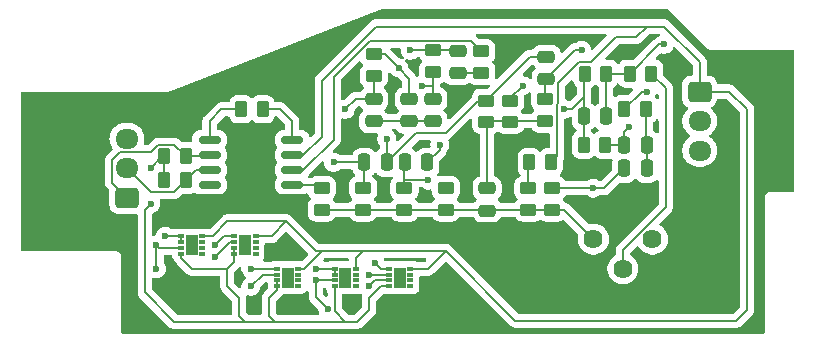
<source format=gbr>
%TF.GenerationSoftware,KiCad,Pcbnew,9.0.4*%
%TF.CreationDate,2025-09-27T14:14:02+05:30*%
%TF.ProjectId,EEG,4545472e-6b69-4636-9164-5f7063625858,rev?*%
%TF.SameCoordinates,Original*%
%TF.FileFunction,Copper,L1,Top*%
%TF.FilePolarity,Positive*%
%FSLAX46Y46*%
G04 Gerber Fmt 4.6, Leading zero omitted, Abs format (unit mm)*
G04 Created by KiCad (PCBNEW 9.0.4) date 2025-09-27 14:14:02*
%MOMM*%
%LPD*%
G01*
G04 APERTURE LIST*
G04 Aperture macros list*
%AMRoundRect*
0 Rectangle with rounded corners*
0 $1 Rounding radius*
0 $2 $3 $4 $5 $6 $7 $8 $9 X,Y pos of 4 corners*
0 Add a 4 corners polygon primitive as box body*
4,1,4,$2,$3,$4,$5,$6,$7,$8,$9,$2,$3,0*
0 Add four circle primitives for the rounded corners*
1,1,$1+$1,$2,$3*
1,1,$1+$1,$4,$5*
1,1,$1+$1,$6,$7*
1,1,$1+$1,$8,$9*
0 Add four rect primitives between the rounded corners*
20,1,$1+$1,$2,$3,$4,$5,0*
20,1,$1+$1,$4,$5,$6,$7,0*
20,1,$1+$1,$6,$7,$8,$9,0*
20,1,$1+$1,$8,$9,$2,$3,0*%
G04 Aperture macros list end*
%TA.AperFunction,SMDPad,CuDef*%
%ADD10RoundRect,0.250000X-0.450000X0.262500X-0.450000X-0.262500X0.450000X-0.262500X0.450000X0.262500X0*%
%TD*%
%TA.AperFunction,SMDPad,CuDef*%
%ADD11RoundRect,0.250000X-0.475000X0.250000X-0.475000X-0.250000X0.475000X-0.250000X0.475000X0.250000X0*%
%TD*%
%TA.AperFunction,SMDPad,CuDef*%
%ADD12RoundRect,0.250000X0.262500X0.450000X-0.262500X0.450000X-0.262500X-0.450000X0.262500X-0.450000X0*%
%TD*%
%TA.AperFunction,SMDPad,CuDef*%
%ADD13R,0.500000X0.300000*%
%TD*%
%TA.AperFunction,SMDPad,CuDef*%
%ADD14R,1.050000X1.750000*%
%TD*%
%TA.AperFunction,SMDPad,CuDef*%
%ADD15RoundRect,0.250000X-0.262500X-0.450000X0.262500X-0.450000X0.262500X0.450000X-0.262500X0.450000X0*%
%TD*%
%TA.AperFunction,SMDPad,CuDef*%
%ADD16RoundRect,0.250000X0.450000X-0.262500X0.450000X0.262500X-0.450000X0.262500X-0.450000X-0.262500X0*%
%TD*%
%TA.AperFunction,ComponentPad*%
%ADD17RoundRect,0.250000X0.725000X-0.600000X0.725000X0.600000X-0.725000X0.600000X-0.725000X-0.600000X0*%
%TD*%
%TA.AperFunction,ComponentPad*%
%ADD18O,1.950000X1.700000*%
%TD*%
%TA.AperFunction,SMDPad,CuDef*%
%ADD19RoundRect,0.250000X0.250000X0.475000X-0.250000X0.475000X-0.250000X-0.475000X0.250000X-0.475000X0*%
%TD*%
%TA.AperFunction,SMDPad,CuDef*%
%ADD20RoundRect,0.150000X-0.800000X-0.150000X0.800000X-0.150000X0.800000X0.150000X-0.800000X0.150000X0*%
%TD*%
%TA.AperFunction,ComponentPad*%
%ADD21C,1.620000*%
%TD*%
%TA.AperFunction,SMDPad,CuDef*%
%ADD22RoundRect,0.250000X0.475000X-0.250000X0.475000X0.250000X-0.475000X0.250000X-0.475000X-0.250000X0*%
%TD*%
%TA.AperFunction,SMDPad,CuDef*%
%ADD23RoundRect,0.250000X-0.250000X-0.475000X0.250000X-0.475000X0.250000X0.475000X-0.250000X0.475000X0*%
%TD*%
%TA.AperFunction,ComponentPad*%
%ADD24RoundRect,0.250000X-0.725000X0.600000X-0.725000X-0.600000X0.725000X-0.600000X0.725000X0.600000X0*%
%TD*%
%TA.AperFunction,ViaPad*%
%ADD25C,0.600000*%
%TD*%
%TA.AperFunction,Conductor*%
%ADD26C,0.200000*%
%TD*%
G04 APERTURE END LIST*
D10*
%TO.P,R15,1*%
%TO.N,Net-(U5A-+)*%
X147500000Y-85175000D03*
%TO.P,R15,2*%
%TO.N,GND*%
X147500000Y-87000000D03*
%TD*%
D11*
%TO.P,C6,1*%
%TO.N,Net-(C6-Pad1)*%
X142000000Y-85175000D03*
%TO.P,C6,2*%
%TO.N,GND*%
X142000000Y-87075000D03*
%TD*%
D12*
%TO.P,R12,1*%
%TO.N,Net-(U6A--)*%
X152097500Y-75500000D03*
%TO.P,R12,2*%
%TO.N,Net-(C7-Pad2)*%
X150272500Y-75500000D03*
%TD*%
D10*
%TO.P,R5,1*%
%TO.N,Net-(C4-Pad1)*%
X132412500Y-73850000D03*
%TO.P,R5,2*%
%TO.N,Net-(U3A--)*%
X132412500Y-75675000D03*
%TD*%
D13*
%TO.P,U4,1*%
%TO.N,Net-(C8-Pad1)*%
X124200000Y-92000000D03*
%TO.P,U4,2,-*%
%TO.N,Net-(U4A--)*%
X124200000Y-92500000D03*
%TO.P,U4,3,+*%
%TO.N,GND*%
X124200000Y-93000000D03*
%TO.P,U4,4,V-*%
X124200000Y-93500000D03*
%TO.P,U4,5*%
%TO.N,N/C*%
X126000000Y-93500000D03*
%TO.P,U4,6*%
X126000000Y-93000000D03*
%TO.P,U4,7*%
X126000000Y-92500000D03*
%TO.P,U4,8,V+*%
%TO.N,+9V*%
X126000000Y-92000000D03*
D14*
%TO.P,U4,9,PAD*%
%TO.N,Net-(U2C-PAD)*%
X125100000Y-92750000D03*
%TD*%
D11*
%TO.P,C3,1*%
%TO.N,Net-(U2A--)*%
X137412500Y-77637500D03*
%TO.P,C3,2*%
%TO.N,Net-(C3-Pad2)*%
X137412500Y-79537500D03*
%TD*%
D10*
%TO.P,R20,1*%
%TO.N,Net-(U2C-PAD)*%
X145500000Y-85175000D03*
%TO.P,R20,2*%
%TO.N,GND*%
X145500000Y-87000000D03*
%TD*%
D15*
%TO.P,R1,1*%
%TO.N,Net-(R1-Pad1)*%
X121175000Y-78500000D03*
%TO.P,R1,2*%
%TO.N,Net-(R1-Pad2)*%
X123000000Y-78500000D03*
%TD*%
D13*
%TO.P,U2,1*%
%TO.N,Net-(U2A--)*%
X116100000Y-89250000D03*
%TO.P,U2,2,-*%
X116100000Y-89750000D03*
%TO.P,U2,3,+*%
%TO.N,Net-(U2A-+)*%
X116100000Y-90250000D03*
%TO.P,U2,4,V-*%
%TO.N,GND*%
X116100000Y-90750000D03*
%TO.P,U2,5*%
%TO.N,N/C*%
X117900000Y-90750000D03*
%TO.P,U2,6*%
X117900000Y-90250000D03*
%TO.P,U2,7*%
X117900000Y-89750000D03*
%TO.P,U2,8,V+*%
%TO.N,+9V*%
X117900000Y-89250000D03*
D14*
%TO.P,U2,9,PAD*%
%TO.N,Net-(U2C-PAD)*%
X117000000Y-90000000D03*
%TD*%
D12*
%TO.P,R19,1*%
%TO.N,+9V*%
X147412500Y-83000000D03*
%TO.P,R19,2*%
%TO.N,Net-(U2C-PAD)*%
X145587500Y-83000000D03*
%TD*%
D16*
%TO.P,R18,1*%
%TO.N,GND*%
X128000000Y-87000000D03*
%TO.P,R18,2*%
%TO.N,bioRef*%
X128000000Y-85175000D03*
%TD*%
D17*
%TO.P,J2,1,Pin_1*%
%TO.N,bioIN-*%
X111500000Y-86000000D03*
D18*
%TO.P,J2,2,Pin_2*%
%TO.N,bioIN+*%
X111500000Y-83500000D03*
%TO.P,J2,3,Pin_3*%
%TO.N,bioRef*%
X111500000Y-81000000D03*
%TD*%
D13*
%TO.P,U5,1*%
%TO.N,Net-(U5A--)*%
X129100000Y-92000000D03*
%TO.P,U5,2,-*%
X129100000Y-92500000D03*
%TO.P,U5,3,+*%
%TO.N,Net-(U5A-+)*%
X129100000Y-93000000D03*
%TO.P,U5,4,V-*%
%TO.N,GND*%
X129100000Y-93500000D03*
%TO.P,U5,5*%
%TO.N,N/C*%
X130900000Y-93500000D03*
%TO.P,U5,6*%
X130900000Y-93000000D03*
%TO.P,U5,7*%
X130900000Y-92500000D03*
%TO.P,U5,8,V+*%
%TO.N,+9V*%
X130900000Y-92000000D03*
D14*
%TO.P,U5,9,PAD*%
%TO.N,Net-(U2C-PAD)*%
X130000000Y-92750000D03*
%TD*%
D10*
%TO.P,R4,1*%
%TO.N,Net-(C1-Pad2)*%
X137412500Y-73500000D03*
%TO.P,R4,2*%
%TO.N,Net-(U2A--)*%
X137412500Y-75325000D03*
%TD*%
%TO.P,R3,1*%
%TO.N,Net-(U2A-+)*%
X135000000Y-85175000D03*
%TO.P,R3,2*%
%TO.N,GND*%
X135000000Y-87000000D03*
%TD*%
D15*
%TO.P,R13,1*%
%TO.N,Net-(C7-Pad2)*%
X150175000Y-81500000D03*
%TO.P,R13,2*%
%TO.N,Sound Card*%
X152000000Y-81500000D03*
%TD*%
D10*
%TO.P,R11,1*%
%TO.N,Net-(U6A-+)*%
X131500000Y-85175000D03*
%TO.P,R11,2*%
%TO.N,GND*%
X131500000Y-87000000D03*
%TD*%
D11*
%TO.P,C8,1*%
%TO.N,Net-(C8-Pad1)*%
X147000000Y-74050000D03*
%TO.P,C8,2*%
%TO.N,Net-(U4A--)*%
X147000000Y-75950000D03*
%TD*%
D19*
%TO.P,C2,1*%
%TO.N,Net-(C1-Pad2)*%
X136950000Y-83000000D03*
%TO.P,C2,2*%
%TO.N,Net-(U2A-+)*%
X135050000Y-83000000D03*
%TD*%
D10*
%TO.P,R6,1*%
%TO.N,Net-(C4-Pad1)*%
X143952500Y-77770000D03*
%TO.P,R6,2*%
%TO.N,Net-(C6-Pad1)*%
X143952500Y-79595000D03*
%TD*%
D20*
%TO.P,U1,1,Rg*%
%TO.N,Net-(R1-Pad1)*%
X118500000Y-81095000D03*
%TO.P,U1,2,-*%
%TO.N,bioIN-*%
X118500000Y-82365000D03*
%TO.P,U1,3,+*%
%TO.N,bioIN+*%
X118500000Y-83635000D03*
%TO.P,U1,4,Vs-*%
%TO.N,GNDA*%
X118500000Y-84905000D03*
%TO.P,U1,5,Ref*%
%TO.N,bioRef*%
X125500000Y-84905000D03*
%TO.P,U1,6*%
%TO.N,Net-(R2-Pad1)*%
X125500000Y-83635000D03*
%TO.P,U1,7,Vs+*%
%TO.N,+9V*%
X125500000Y-82365000D03*
%TO.P,U1,8,Rg*%
%TO.N,Net-(R1-Pad2)*%
X125500000Y-81095000D03*
%TD*%
D11*
%TO.P,C4,1*%
%TO.N,Net-(C4-Pad1)*%
X135412500Y-77637500D03*
%TO.P,C4,2*%
%TO.N,Net-(C3-Pad2)*%
X135412500Y-79537500D03*
%TD*%
D13*
%TO.P,U3,1*%
%TO.N,Net-(C4-Pad1)*%
X120600000Y-89250000D03*
%TO.P,U3,2,-*%
%TO.N,Net-(U3A--)*%
X120600000Y-89750000D03*
%TO.P,U3,3,+*%
%TO.N,GND*%
X120600000Y-90250000D03*
%TO.P,U3,4,V-*%
X120600000Y-90750000D03*
%TO.P,U3,5*%
%TO.N,N/C*%
X122400000Y-90750000D03*
%TO.P,U3,6*%
X122400000Y-90250000D03*
%TO.P,U3,7*%
X122400000Y-89750000D03*
%TO.P,U3,8,V+*%
%TO.N,+9V*%
X122400000Y-89250000D03*
D14*
%TO.P,U3,9,PAD*%
%TO.N,Net-(U2C-PAD)*%
X121500000Y-90000000D03*
%TD*%
D10*
%TO.P,R2,1*%
%TO.N,Net-(R2-Pad1)*%
X141500000Y-73587500D03*
%TO.P,R2,2*%
%TO.N,Net-(C1-Pad1)*%
X141500000Y-75412500D03*
%TD*%
D12*
%TO.P,R14,1*%
%TO.N,Net-(C10-Pad2)*%
X155412500Y-78500000D03*
%TO.P,R14,2*%
%TO.N,Net-(U5A--)*%
X153587500Y-78500000D03*
%TD*%
D21*
%TO.P,RV1,1,1*%
%TO.N,unconnected-(RV1-Pad1)*%
X156000000Y-89500000D03*
%TO.P,RV1,2,2*%
%TO.N,Net-(R10-Pad1)*%
X153500000Y-92000000D03*
%TO.P,RV1,3,3*%
%TO.N,GND*%
X151000000Y-89500000D03*
%TD*%
D19*
%TO.P,C7,1*%
%TO.N,Net-(U6A--)*%
X152075000Y-79090000D03*
%TO.P,C7,2*%
%TO.N,Net-(C7-Pad2)*%
X150175000Y-79090000D03*
%TD*%
D10*
%TO.P,R8,1*%
%TO.N,Net-(C8-Pad1)*%
X141912500Y-77762500D03*
%TO.P,R8,2*%
%TO.N,Net-(C6-Pad1)*%
X141912500Y-79587500D03*
%TD*%
D16*
%TO.P,R9,1*%
%TO.N,Net-(C6-Pad1)*%
X146912500Y-79500000D03*
%TO.P,R9,2*%
%TO.N,Net-(U4A--)*%
X146912500Y-77675000D03*
%TD*%
D12*
%TO.P,R16,1*%
%TO.N,bioIN-*%
X116500000Y-82500000D03*
%TO.P,R16,2*%
%TO.N,GND*%
X114675000Y-82500000D03*
%TD*%
D22*
%TO.P,C5,1*%
%TO.N,Net-(C3-Pad2)*%
X132402500Y-79537500D03*
%TO.P,C5,2*%
%TO.N,Net-(U3A--)*%
X132402500Y-77637500D03*
%TD*%
D19*
%TO.P,C16,1*%
%TO.N,Net-(C10-Pad2)*%
X155500000Y-83500000D03*
%TO.P,C16,2*%
%TO.N,Net-(U5A-+)*%
X153600000Y-83500000D03*
%TD*%
D13*
%TO.P,U6,1*%
%TO.N,Net-(C7-Pad2)*%
X133700000Y-92000000D03*
%TO.P,U6,2,-*%
%TO.N,Net-(U6A--)*%
X133700000Y-92500000D03*
%TO.P,U6,3,+*%
%TO.N,Net-(U6A-+)*%
X133700000Y-93000000D03*
%TO.P,U6,4,V-*%
%TO.N,GND*%
X133700000Y-93500000D03*
%TO.P,U6,5*%
%TO.N,N/C*%
X135500000Y-93500000D03*
%TO.P,U6,6*%
X135500000Y-93000000D03*
%TO.P,U6,7*%
X135500000Y-92500000D03*
%TO.P,U6,8,V+*%
%TO.N,+9V*%
X135500000Y-92000000D03*
D14*
%TO.P,U6,9,PAD*%
%TO.N,Net-(U2C-PAD)*%
X134600000Y-92750000D03*
%TD*%
D23*
%TO.P,C10,1*%
%TO.N,Sound Card*%
X153600000Y-81500000D03*
%TO.P,C10,2*%
%TO.N,Net-(C10-Pad2)*%
X155500000Y-81500000D03*
%TD*%
D12*
%TO.P,R10,1*%
%TO.N,Net-(R10-Pad1)*%
X155912500Y-75500000D03*
%TO.P,R10,2*%
%TO.N,Net-(U6A--)*%
X154087500Y-75500000D03*
%TD*%
D19*
%TO.P,C9,1*%
%TO.N,Net-(C8-Pad1)*%
X133500000Y-83000000D03*
%TO.P,C9,2*%
%TO.N,Net-(U6A-+)*%
X131600000Y-83000000D03*
%TD*%
D12*
%TO.P,R17,1*%
%TO.N,bioIN+*%
X116500000Y-84500000D03*
%TO.P,R17,2*%
%TO.N,GND*%
X114675000Y-84500000D03*
%TD*%
D10*
%TO.P,R7,1*%
%TO.N,Net-(C3-Pad2)*%
X138500000Y-85175000D03*
%TO.P,R7,2*%
%TO.N,GND*%
X138500000Y-87000000D03*
%TD*%
D24*
%TO.P,J1,1,Pin_1*%
%TO.N,+9V*%
X160000000Y-77000000D03*
D18*
%TO.P,J1,2,Pin_2*%
%TO.N,GND*%
X160000000Y-79500000D03*
%TO.P,J1,3,Pin_3*%
%TO.N,Sound Card*%
X160000000Y-82000000D03*
%TD*%
D22*
%TO.P,C1,1*%
%TO.N,Net-(C1-Pad1)*%
X139500000Y-75450000D03*
%TO.P,C1,2*%
%TO.N,Net-(C1-Pad2)*%
X139500000Y-73550000D03*
%TD*%
D25*
%TO.N,Net-(U5A-+)*%
X128500000Y-95399000D03*
X151000000Y-85175000D03*
%TO.N,Net-(U6A-+)*%
X129000000Y-83000000D03*
%TO.N,Net-(U2A-+)*%
X114000000Y-92000000D03*
%TO.N,Net-(U4A--)*%
X150000000Y-73500000D03*
%TO.N,Net-(U3A--)*%
X130000000Y-78500000D03*
%TO.N,Net-(U2A-+)*%
X137000000Y-84500000D03*
%TO.N,Net-(U2A--)*%
X136500000Y-76500000D03*
%TO.N,Net-(C8-Pad1)*%
X133500000Y-81000000D03*
%TO.N,Net-(U6A--)*%
X157000000Y-73000000D03*
%TO.N,Net-(C7-Pad2)*%
X148500000Y-78500000D03*
%TO.N,Sound Card*%
X154000000Y-80000000D03*
%TO.N,Net-(U5A--)*%
X155500000Y-77000000D03*
%TO.N,Net-(C4-Pad1)*%
X134500000Y-75000000D03*
X145000000Y-76500000D03*
%TO.N,Net-(C1-Pad2)*%
X138000000Y-81500000D03*
X135500000Y-73500000D03*
%TO.N,Net-(U5A-+)*%
X127500000Y-93000000D03*
%TO.N,Net-(U5A--)*%
X127500000Y-92000000D03*
%TO.N,Net-(C8-Pad1)*%
X122000000Y-92000000D03*
%TO.N,Net-(U4A--)*%
X122000000Y-93500000D03*
%TO.N,Net-(U6A-+)*%
X132000000Y-93500000D03*
%TO.N,Net-(U6A--)*%
X132000000Y-92500000D03*
%TO.N,Net-(C7-Pad2)*%
X132500000Y-91500000D03*
%TO.N,Net-(U3A--)*%
X119000000Y-91000000D03*
%TO.N,Net-(C4-Pad1)*%
X119000000Y-90000000D03*
%TO.N,Net-(U2A-+)*%
X114000000Y-90000000D03*
%TO.N,Net-(U2A--)*%
X114750000Y-89250000D03*
%TO.N,GND*%
X113500000Y-83500000D03*
X113500000Y-86500000D03*
%TD*%
D26*
%TO.N,Net-(C8-Pad1)*%
X124200000Y-92000000D02*
X122000000Y-92000000D01*
%TO.N,+9V*%
X152870160Y-72399000D02*
X154601000Y-72399000D01*
X155500000Y-71500000D02*
X132571000Y-71500000D01*
X154601000Y-72399000D02*
X155500000Y-71500000D01*
X128000000Y-76071000D02*
X128000000Y-79000000D01*
X132571000Y-71500000D02*
X128000000Y-76071000D01*
X157000000Y-71500000D02*
X155500000Y-71500000D01*
X160000000Y-74500000D02*
X157000000Y-71500000D01*
X160000000Y-77000000D02*
X160000000Y-74500000D01*
X127500000Y-90500000D02*
X128000000Y-90500000D01*
X125000000Y-88000000D02*
X127500000Y-90500000D01*
X164000000Y-78500000D02*
X162500000Y-77000000D01*
X164000000Y-95500000D02*
X164000000Y-78500000D01*
X162500000Y-77000000D02*
X160000000Y-77000000D01*
X163101000Y-96399000D02*
X164000000Y-95500000D01*
X144399000Y-96399000D02*
X163101000Y-96399000D01*
X138500000Y-90500000D02*
X144399000Y-96399000D01*
X147913500Y-82499000D02*
X147412500Y-83000000D01*
X147899000Y-78899000D02*
X147913500Y-78913500D01*
X147899000Y-78101000D02*
X147899000Y-78899000D01*
X148026000Y-77974000D02*
X147899000Y-78101000D01*
X148026000Y-76247840D02*
X148026000Y-77974000D01*
X149774840Y-74499000D02*
X148026000Y-76247840D01*
X150770160Y-74499000D02*
X149774840Y-74499000D01*
X152870160Y-72399000D02*
X150770160Y-74499000D01*
X147913500Y-78913500D02*
X147913500Y-82499000D01*
X160000000Y-77000000D02*
X160000000Y-75150057D01*
X128000000Y-80814999D02*
X128000000Y-79000000D01*
X126449999Y-82365000D02*
X128000000Y-80814999D01*
X125500000Y-82365000D02*
X126449999Y-82365000D01*
%TO.N,Net-(R2-Pad1)*%
X126449999Y-83635000D02*
X125500000Y-83635000D01*
X129000000Y-81084999D02*
X126449999Y-83635000D01*
X129000000Y-75763840D02*
X129000000Y-81084999D01*
X132077340Y-72686500D02*
X129000000Y-75763840D01*
X141500000Y-73587500D02*
X140599000Y-72686500D01*
X140599000Y-72686500D02*
X132077340Y-72686500D01*
%TO.N,GND*%
X129100000Y-95600000D02*
X130000000Y-96500000D01*
X129100000Y-93500000D02*
X129100000Y-95600000D01*
X131000000Y-96500000D02*
X130000000Y-96500000D01*
X123500000Y-94500000D02*
X123500000Y-96000000D01*
X123500000Y-96000000D02*
X124000000Y-96500000D01*
X124000000Y-96500000D02*
X121500000Y-96500000D01*
X121000000Y-96000000D02*
X121500000Y-96500000D01*
X121500000Y-96500000D02*
X115500000Y-96500000D01*
X121000000Y-94500000D02*
X121000000Y-96000000D01*
X130000000Y-96500000D02*
X124000000Y-96500000D01*
X132000000Y-95500000D02*
X131000000Y-96500000D01*
X132000000Y-94500000D02*
X132000000Y-95500000D01*
X115500000Y-96500000D02*
X113000000Y-94000000D01*
X113000000Y-94000000D02*
X113000000Y-87000000D01*
X113000000Y-87000000D02*
X113500000Y-86500000D01*
X133000000Y-93500000D02*
X132000000Y-94500000D01*
X133700000Y-93500000D02*
X133000000Y-93500000D01*
%TO.N,Net-(U5A-+)*%
X127500000Y-94399000D02*
X128500000Y-95399000D01*
X127500000Y-93000000D02*
X127500000Y-94399000D01*
X151000000Y-85175000D02*
X151925000Y-85175000D01*
%TO.N,+9V*%
X137000000Y-92000000D02*
X135500000Y-92000000D01*
X138500000Y-90500000D02*
X137000000Y-92000000D01*
X131500000Y-90500000D02*
X138500000Y-90500000D01*
X126000000Y-92000000D02*
X126500000Y-92000000D01*
X126500000Y-92000000D02*
X128000000Y-90500000D01*
X128000000Y-90500000D02*
X131500000Y-90500000D01*
%TO.N,Net-(U6A-+)*%
X131600000Y-83000000D02*
X129000000Y-83000000D01*
%TO.N,Net-(U2A-+)*%
X114000000Y-90000000D02*
X114000000Y-92000000D01*
%TO.N,Net-(U4A--)*%
X149450000Y-73500000D02*
X150000000Y-73500000D01*
X147000000Y-75950000D02*
X149450000Y-73500000D01*
%TO.N,Net-(U3A--)*%
X130862500Y-77637500D02*
X132402500Y-77637500D01*
X130000000Y-78500000D02*
X130862500Y-77637500D01*
%TO.N,Net-(U2A-+)*%
X135000000Y-84500000D02*
X137000000Y-84500000D01*
X135000000Y-84500000D02*
X135000000Y-83050000D01*
%TO.N,Net-(U2A--)*%
X137412500Y-76500000D02*
X137412500Y-77637500D01*
X137412500Y-76500000D02*
X136500000Y-76500000D01*
%TO.N,Net-(C8-Pad1)*%
X133500000Y-81000000D02*
X133500000Y-83000000D01*
%TO.N,Net-(C7-Pad2)*%
X149175000Y-78500000D02*
X148500000Y-78500000D01*
X150175000Y-77500000D02*
X149175000Y-78500000D01*
X150175000Y-81500000D02*
X150175000Y-77500000D01*
%TO.N,Sound Card*%
X153600000Y-80400000D02*
X154000000Y-80000000D01*
X153600000Y-81500000D02*
X153600000Y-80400000D01*
%TO.N,Net-(U5A--)*%
X155087500Y-77000000D02*
X155500000Y-77000000D01*
X153587500Y-78500000D02*
X155087500Y-77000000D01*
%TO.N,Net-(R10-Pad1)*%
X157111000Y-86817808D02*
X153500000Y-90428808D01*
X157111000Y-76698500D02*
X157111000Y-86817808D01*
X155912500Y-75500000D02*
X157111000Y-76698500D01*
X153500000Y-90428808D02*
X153500000Y-92000000D01*
%TO.N,Net-(U6A--)*%
X156587500Y-73000000D02*
X157000000Y-73000000D01*
X154087500Y-75500000D02*
X156587500Y-73000000D01*
%TO.N,Net-(C4-Pad1)*%
X134500000Y-75000000D02*
X133350000Y-73850000D01*
X143952500Y-77547500D02*
X145000000Y-76500000D01*
X143952500Y-77770000D02*
X143952500Y-77547500D01*
%TO.N,Net-(C1-Pad2)*%
X138000000Y-81950000D02*
X138000000Y-81500000D01*
X136950000Y-83000000D02*
X138000000Y-81950000D01*
X137412500Y-73500000D02*
X135500000Y-73500000D01*
%TO.N,Net-(U4A--)*%
X124200000Y-92500000D02*
X123000000Y-92500000D01*
X123000000Y-92500000D02*
X122000000Y-93500000D01*
%TO.N,GND*%
X120000000Y-93500000D02*
X120000000Y-92000000D01*
X121000000Y-94500000D02*
X120000000Y-93500000D01*
%TO.N,Net-(C7-Pad2)*%
X133000000Y-92000000D02*
X132500000Y-91500000D01*
X133700000Y-92000000D02*
X133000000Y-92000000D01*
%TO.N,+9V*%
X130900000Y-91100000D02*
X131500000Y-90500000D01*
X130900000Y-92000000D02*
X130900000Y-91100000D01*
%TO.N,Net-(U6A--)*%
X133700000Y-92500000D02*
X132000000Y-92500000D01*
%TO.N,Net-(U6A-+)*%
X132500000Y-93000000D02*
X132000000Y-93500000D01*
X133700000Y-93000000D02*
X132500000Y-93000000D01*
%TO.N,GND*%
X124200000Y-93800000D02*
X123500000Y-94500000D01*
X124200000Y-93500000D02*
X124200000Y-93800000D01*
X120600000Y-90750000D02*
X120600000Y-91400000D01*
X120600000Y-91400000D02*
X120000000Y-92000000D01*
X120000000Y-92000000D02*
X116998000Y-92000000D01*
X116100000Y-91102000D02*
X116100000Y-90750000D01*
X116998000Y-92000000D02*
X116100000Y-91102000D01*
%TO.N,Net-(U5A-+)*%
X129100000Y-93000000D02*
X127500000Y-93000000D01*
%TO.N,Net-(U5A--)*%
X129100000Y-92000000D02*
X127500000Y-92000000D01*
%TO.N,Net-(U3A--)*%
X120250000Y-89750000D02*
X119000000Y-91000000D01*
X120600000Y-89750000D02*
X120250000Y-89750000D01*
%TO.N,Net-(C4-Pad1)*%
X119750000Y-89250000D02*
X120600000Y-89250000D01*
X119000000Y-90000000D02*
X119750000Y-89250000D01*
%TO.N,Net-(U5A--)*%
X129100000Y-92000000D02*
X129100000Y-92500000D01*
%TO.N,GND*%
X124200000Y-93000000D02*
X124200000Y-93500000D01*
X120600000Y-90750000D02*
X120600000Y-90250000D01*
%TO.N,+9V*%
X123750000Y-89250000D02*
X122400000Y-89250000D01*
X125000000Y-88000000D02*
X123750000Y-89250000D01*
X120000000Y-88000000D02*
X125000000Y-88000000D01*
X118750000Y-89250000D02*
X120000000Y-88000000D01*
X117900000Y-89250000D02*
X118750000Y-89250000D01*
%TO.N,Net-(U2A-+)*%
X114250000Y-90250000D02*
X114000000Y-90000000D01*
X114500000Y-90250000D02*
X114250000Y-90250000D01*
%TO.N,Net-(U2A--)*%
X116100000Y-89250000D02*
X114750000Y-89250000D01*
X116100000Y-89250000D02*
X116100000Y-89750000D01*
%TO.N,Net-(U2A-+)*%
X116100000Y-90250000D02*
X114500000Y-90250000D01*
%TO.N,Net-(C1-Pad1)*%
X141462500Y-75450000D02*
X141500000Y-75412500D01*
X139500000Y-75450000D02*
X141462500Y-75450000D01*
%TO.N,Net-(C1-Pad2)*%
X139200000Y-73850000D02*
X139500000Y-73550000D01*
X139450000Y-73500000D02*
X139500000Y-73550000D01*
X137412500Y-73500000D02*
X139450000Y-73500000D01*
%TO.N,Net-(U2A-+)*%
X135000000Y-83050000D02*
X135050000Y-83000000D01*
X135000000Y-85175000D02*
X135000000Y-84500000D01*
%TO.N,Net-(U2A--)*%
X137412500Y-75325000D02*
X137412500Y-76500000D01*
%TO.N,Net-(C3-Pad2)*%
X137412500Y-79537500D02*
X132402500Y-79537500D01*
%TO.N,Net-(C4-Pad1)*%
X135412500Y-77637500D02*
X135412500Y-75912500D01*
X133350000Y-73850000D02*
X132412500Y-73850000D01*
X135412500Y-75912500D02*
X134500000Y-75000000D01*
%TO.N,Net-(U3A--)*%
X132402500Y-75685000D02*
X132412500Y-75675000D01*
X132402500Y-77637500D02*
X132402500Y-75685000D01*
%TO.N,Net-(C6-Pad1)*%
X142500000Y-79500000D02*
X146912500Y-79500000D01*
X142000000Y-79675000D02*
X141912500Y-79587500D01*
X142412500Y-79587500D02*
X142500000Y-79500000D01*
X141912500Y-79587500D02*
X142412500Y-79587500D01*
X142000000Y-85175000D02*
X142000000Y-79675000D01*
%TO.N,GND*%
X147500000Y-87000000D02*
X148500000Y-87000000D01*
X128000000Y-87000000D02*
X147500000Y-87000000D01*
X114675000Y-82500000D02*
X114500000Y-82500000D01*
X114675000Y-82500000D02*
X114675000Y-84500000D01*
X114500000Y-82500000D02*
X113500000Y-83500000D01*
X148500000Y-87000000D02*
X151000000Y-89500000D01*
%TO.N,Net-(C7-Pad2)*%
X150175000Y-77500000D02*
X150175000Y-75597500D01*
X150175000Y-75597500D02*
X150272500Y-75500000D01*
%TO.N,Net-(U6A--)*%
X152097500Y-75500000D02*
X154087500Y-75500000D01*
X152097500Y-79067500D02*
X152075000Y-79090000D01*
X152097500Y-75500000D02*
X152097500Y-79067500D01*
%TO.N,Net-(C8-Pad1)*%
X145625000Y-74050000D02*
X141912500Y-77762500D01*
X138500000Y-80500000D02*
X141237500Y-77762500D01*
X141237500Y-77762500D02*
X141912500Y-77762500D01*
X133500000Y-83000000D02*
X136000000Y-80500000D01*
X136000000Y-80500000D02*
X138500000Y-80500000D01*
X147000000Y-74050000D02*
X145625000Y-74050000D01*
%TO.N,Net-(U4A--)*%
X146912500Y-76037500D02*
X147000000Y-75950000D01*
X146912500Y-77675000D02*
X146912500Y-76037500D01*
%TO.N,Net-(U6A-+)*%
X131600000Y-83000000D02*
X131600000Y-85075000D01*
X131600000Y-85075000D02*
X131500000Y-85175000D01*
%TO.N,Sound Card*%
X152000000Y-81500000D02*
X153600000Y-81500000D01*
%TO.N,Net-(C10-Pad2)*%
X155500000Y-81500000D02*
X155500000Y-83500000D01*
X155412500Y-81412500D02*
X155500000Y-81500000D01*
X155412500Y-78500000D02*
X155412500Y-81412500D01*
%TO.N,Net-(U5A-+)*%
X147500000Y-85175000D02*
X151000000Y-85175000D01*
X151925000Y-85175000D02*
X153600000Y-83500000D01*
%TO.N,Net-(R1-Pad2)*%
X123000000Y-78500000D02*
X124500000Y-78500000D01*
X124500000Y-78500000D02*
X125500000Y-79500000D01*
X125500000Y-79500000D02*
X125500000Y-81095000D01*
%TO.N,Net-(R1-Pad1)*%
X118500000Y-81095000D02*
X118500000Y-79500000D01*
X119500000Y-78500000D02*
X121175000Y-78500000D01*
X118500000Y-79500000D02*
X119500000Y-78500000D01*
%TO.N,bioIN-*%
X110224000Y-84724000D02*
X110224000Y-82825240D01*
X115500000Y-81500000D02*
X116500000Y-82500000D01*
X110224000Y-82825240D02*
X110898240Y-82151000D01*
X111500000Y-86000000D02*
X110224000Y-84724000D01*
X113525340Y-82151000D02*
X114176340Y-81500000D01*
X118365000Y-82500000D02*
X118500000Y-82365000D01*
X110898240Y-82151000D02*
X113525340Y-82151000D01*
X116500000Y-82500000D02*
X118365000Y-82500000D01*
X114176340Y-81500000D02*
X115500000Y-81500000D01*
%TO.N,bioIN+*%
X116500000Y-84500000D02*
X117365000Y-83635000D01*
X117365000Y-83635000D02*
X118500000Y-83635000D01*
X113501000Y-85501000D02*
X115499000Y-85501000D01*
X115499000Y-85501000D02*
X116500000Y-84500000D01*
X111500000Y-83500000D02*
X113501000Y-85501000D01*
%TO.N,bioRef*%
X127730000Y-84905000D02*
X128000000Y-85175000D01*
X125500000Y-84905000D02*
X127730000Y-84905000D01*
%TO.N,Net-(U2C-PAD)*%
X145500000Y-83087500D02*
X145587500Y-83000000D01*
X145500000Y-85175000D02*
X145500000Y-83087500D01*
%TD*%
%TA.AperFunction,NonConductor*%
G36*
X157308363Y-70020185D02*
G01*
X157329005Y-70036819D01*
X160599500Y-73307314D01*
X160692686Y-73400500D01*
X160754054Y-73435931D01*
X160806814Y-73466392D01*
X160934107Y-73500500D01*
X160934108Y-73500500D01*
X167875500Y-73500500D01*
X167942539Y-73520185D01*
X167988294Y-73572989D01*
X167999500Y-73624500D01*
X167999500Y-85375500D01*
X167979815Y-85442539D01*
X167927011Y-85488294D01*
X167875500Y-85499500D01*
X165934108Y-85499500D01*
X165806812Y-85533608D01*
X165692686Y-85599500D01*
X165692683Y-85599502D01*
X165599502Y-85692683D01*
X165599500Y-85692686D01*
X165533608Y-85806812D01*
X165499500Y-85934108D01*
X165499500Y-97375500D01*
X165479815Y-97442539D01*
X165427011Y-97488294D01*
X165375500Y-97499500D01*
X111124500Y-97499500D01*
X111057461Y-97479815D01*
X111011706Y-97427011D01*
X111000500Y-97375500D01*
X111000500Y-90934110D01*
X111000500Y-90934108D01*
X110966392Y-90806814D01*
X110900500Y-90692686D01*
X110807314Y-90599500D01*
X110750250Y-90566554D01*
X110693187Y-90533608D01*
X110597122Y-90507868D01*
X110565892Y-90499500D01*
X110565891Y-90499500D01*
X102624500Y-90499500D01*
X102557461Y-90479815D01*
X102511706Y-90427011D01*
X102500500Y-90375500D01*
X102500500Y-84803054D01*
X109623498Y-84803054D01*
X109664423Y-84955787D01*
X109664425Y-84955790D01*
X109689955Y-85000008D01*
X109689957Y-85000010D01*
X109743479Y-85092714D01*
X109743481Y-85092717D01*
X109862349Y-85211585D01*
X109862355Y-85211590D01*
X109988181Y-85337416D01*
X110021666Y-85398739D01*
X110024500Y-85425097D01*
X110024500Y-86650001D01*
X110024501Y-86650018D01*
X110035000Y-86752796D01*
X110035001Y-86752799D01*
X110076880Y-86879179D01*
X110090186Y-86919334D01*
X110182288Y-87068656D01*
X110306344Y-87192712D01*
X110455666Y-87284814D01*
X110622203Y-87339999D01*
X110724991Y-87350500D01*
X112275008Y-87350499D01*
X112275500Y-87350499D01*
X112342539Y-87370184D01*
X112388294Y-87422987D01*
X112399500Y-87474499D01*
X112399500Y-93913330D01*
X112399499Y-93913348D01*
X112399499Y-94079054D01*
X112399498Y-94079054D01*
X112440424Y-94231789D01*
X112440425Y-94231790D01*
X112461455Y-94268214D01*
X112461456Y-94268216D01*
X112519475Y-94368709D01*
X112519481Y-94368717D01*
X112638349Y-94487585D01*
X112638355Y-94487590D01*
X115015139Y-96864374D01*
X115015149Y-96864385D01*
X115019479Y-96868715D01*
X115019480Y-96868716D01*
X115131284Y-96980520D01*
X115218095Y-97030639D01*
X115218097Y-97030641D01*
X115256151Y-97052611D01*
X115268215Y-97059577D01*
X115420943Y-97100501D01*
X115420946Y-97100501D01*
X115586653Y-97100501D01*
X115586669Y-97100500D01*
X121420939Y-97100500D01*
X121420943Y-97100501D01*
X121579058Y-97100501D01*
X121579062Y-97100500D01*
X123913331Y-97100500D01*
X123913347Y-97100501D01*
X123920943Y-97100501D01*
X124086654Y-97100501D01*
X124086670Y-97100500D01*
X129920942Y-97100500D01*
X129920943Y-97100500D01*
X130913331Y-97100500D01*
X130913347Y-97100501D01*
X130920943Y-97100501D01*
X131079054Y-97100501D01*
X131079057Y-97100501D01*
X131231785Y-97059577D01*
X131281904Y-97030639D01*
X131368716Y-96980520D01*
X131480520Y-96868716D01*
X131480520Y-96868714D01*
X131490728Y-96858507D01*
X131490729Y-96858504D01*
X132480520Y-95868716D01*
X132559577Y-95731784D01*
X132600501Y-95579057D01*
X132600501Y-95420942D01*
X132600501Y-95413339D01*
X132600500Y-95413329D01*
X132600500Y-94800097D01*
X132620185Y-94733058D01*
X132636819Y-94712416D01*
X132871181Y-94478054D01*
X133186114Y-94163120D01*
X133247435Y-94129637D01*
X133317126Y-94134621D01*
X133322714Y-94136705D01*
X133342517Y-94144091D01*
X133402127Y-94150500D01*
X133997872Y-94150499D01*
X134057483Y-94144091D01*
X134086365Y-94133317D01*
X134129700Y-94125499D01*
X135070297Y-94125499D01*
X135113630Y-94133317D01*
X135142517Y-94144091D01*
X135202127Y-94150500D01*
X135797872Y-94150499D01*
X135857483Y-94144091D01*
X135992331Y-94093796D01*
X136107546Y-94007546D01*
X136193796Y-93892331D01*
X136244091Y-93757483D01*
X136250500Y-93697873D01*
X136250499Y-93302128D01*
X136250499Y-93302127D01*
X136250498Y-93302111D01*
X136246320Y-93263253D01*
X136246320Y-93236747D01*
X136250500Y-93197873D01*
X136250499Y-92802128D01*
X136250498Y-92802111D01*
X136246320Y-92763253D01*
X136246320Y-92736747D01*
X136249062Y-92711239D01*
X136275802Y-92646691D01*
X136333195Y-92606844D01*
X136372351Y-92600500D01*
X136913331Y-92600500D01*
X136913347Y-92600501D01*
X136920943Y-92600501D01*
X137079054Y-92600501D01*
X137079057Y-92600501D01*
X137231785Y-92559577D01*
X137281904Y-92530639D01*
X137368716Y-92480520D01*
X137480520Y-92368716D01*
X137480520Y-92368714D01*
X137490728Y-92358507D01*
X137490730Y-92358504D01*
X138412318Y-91436916D01*
X138473641Y-91403431D01*
X138543333Y-91408415D01*
X138587680Y-91436916D01*
X144030284Y-96879520D01*
X144167215Y-96958577D01*
X144319943Y-96999501D01*
X144319946Y-96999501D01*
X144485654Y-96999501D01*
X144485670Y-96999500D01*
X163014331Y-96999500D01*
X163014347Y-96999501D01*
X163021943Y-96999501D01*
X163180054Y-96999501D01*
X163180057Y-96999501D01*
X163332785Y-96958577D01*
X163382904Y-96929639D01*
X163469716Y-96879520D01*
X163581520Y-96767716D01*
X163581520Y-96767714D01*
X163591728Y-96757507D01*
X163591730Y-96757504D01*
X164358506Y-95990728D01*
X164358511Y-95990724D01*
X164368714Y-95980520D01*
X164368716Y-95980520D01*
X164480520Y-95868716D01*
X164538832Y-95767716D01*
X164559577Y-95731785D01*
X164600501Y-95579057D01*
X164600501Y-95420943D01*
X164600501Y-95420942D01*
X164600501Y-95413348D01*
X164600500Y-95413330D01*
X164600500Y-78420945D01*
X164600499Y-78420938D01*
X164599839Y-78418476D01*
X164599836Y-78418466D01*
X164586984Y-78370501D01*
X164586984Y-78370500D01*
X164559577Y-78268216D01*
X164524140Y-78206836D01*
X164480524Y-78131290D01*
X164480521Y-78131286D01*
X164480520Y-78131284D01*
X164368716Y-78019480D01*
X164368715Y-78019479D01*
X164364385Y-78015149D01*
X164364374Y-78015139D01*
X162987590Y-76638355D01*
X162987588Y-76638352D01*
X162868717Y-76519481D01*
X162868716Y-76519480D01*
X162777325Y-76466716D01*
X162777324Y-76466715D01*
X162731783Y-76440422D01*
X162675881Y-76425443D01*
X162579057Y-76399499D01*
X162420943Y-76399499D01*
X162413347Y-76399499D01*
X162413331Y-76399500D01*
X161592535Y-76399500D01*
X161525496Y-76379815D01*
X161479741Y-76327011D01*
X161469177Y-76288102D01*
X161467260Y-76269336D01*
X161464999Y-76247203D01*
X161409814Y-76080666D01*
X161317712Y-75931344D01*
X161193656Y-75807288D01*
X161068781Y-75730265D01*
X161044336Y-75715187D01*
X161044331Y-75715185D01*
X161017086Y-75706157D01*
X160877797Y-75660001D01*
X160877795Y-75660000D01*
X160775016Y-75649500D01*
X160775009Y-75649500D01*
X160724500Y-75649500D01*
X160657461Y-75629815D01*
X160611706Y-75577011D01*
X160600500Y-75525500D01*
X160600500Y-74589060D01*
X160600501Y-74589047D01*
X160600501Y-74420944D01*
X160600501Y-74420943D01*
X160559577Y-74268216D01*
X160552056Y-74255189D01*
X160480524Y-74131290D01*
X160480518Y-74131282D01*
X158989421Y-72640185D01*
X157487589Y-71138354D01*
X157487588Y-71138352D01*
X157368717Y-71019481D01*
X157368716Y-71019480D01*
X157281904Y-70969360D01*
X157281904Y-70969359D01*
X157281900Y-70969358D01*
X157231785Y-70940423D01*
X157079057Y-70899499D01*
X156920943Y-70899499D01*
X156913347Y-70899499D01*
X156913331Y-70899500D01*
X155579061Y-70899500D01*
X155579057Y-70899499D01*
X155420943Y-70899499D01*
X155420939Y-70899500D01*
X132650057Y-70899500D01*
X132491942Y-70899500D01*
X132339215Y-70940423D01*
X132339214Y-70940423D01*
X132339212Y-70940424D01*
X132339209Y-70940425D01*
X132289096Y-70969359D01*
X132289095Y-70969360D01*
X132245689Y-70994420D01*
X132202285Y-71019479D01*
X132202282Y-71019481D01*
X127519481Y-75702282D01*
X127519479Y-75702285D01*
X127503326Y-75730263D01*
X127473909Y-75781216D01*
X127462696Y-75800638D01*
X127443103Y-75834574D01*
X127440423Y-75839215D01*
X127399499Y-75991943D01*
X127399499Y-75991945D01*
X127399499Y-76160046D01*
X127399500Y-76160059D01*
X127399500Y-80514902D01*
X127379815Y-80581941D01*
X127363181Y-80602583D01*
X127135420Y-80830343D01*
X127074097Y-80863828D01*
X127004405Y-80858844D01*
X126948472Y-80816972D01*
X126928663Y-80777259D01*
X126901744Y-80684602D01*
X126818081Y-80543135D01*
X126818079Y-80543133D01*
X126818076Y-80543129D01*
X126701870Y-80426923D01*
X126701862Y-80426917D01*
X126597338Y-80365102D01*
X126560398Y-80343256D01*
X126560397Y-80343255D01*
X126560396Y-80343255D01*
X126560393Y-80343254D01*
X126402573Y-80297402D01*
X126402567Y-80297401D01*
X126365701Y-80294500D01*
X126365694Y-80294500D01*
X126224500Y-80294500D01*
X126157461Y-80274815D01*
X126111706Y-80222011D01*
X126100500Y-80170500D01*
X126100500Y-79589060D01*
X126100501Y-79589047D01*
X126100501Y-79420944D01*
X126099888Y-79418656D01*
X126059577Y-79268216D01*
X126041838Y-79237491D01*
X125980524Y-79131290D01*
X125980521Y-79131286D01*
X125980520Y-79131284D01*
X124987589Y-78138354D01*
X124987588Y-78138352D01*
X124868717Y-78019481D01*
X124868716Y-78019480D01*
X124781904Y-77969360D01*
X124781904Y-77969359D01*
X124781900Y-77969358D01*
X124731785Y-77940423D01*
X124579057Y-77899499D01*
X124420943Y-77899499D01*
X124413347Y-77899499D01*
X124413331Y-77899500D01*
X124092801Y-77899500D01*
X124025762Y-77879815D01*
X123980007Y-77827011D01*
X123975095Y-77814504D01*
X123967176Y-77790606D01*
X123947314Y-77730666D01*
X123855212Y-77581344D01*
X123731156Y-77457288D01*
X123607131Y-77380789D01*
X123581836Y-77365187D01*
X123581831Y-77365185D01*
X123550198Y-77354703D01*
X123415297Y-77310001D01*
X123415295Y-77310000D01*
X123312510Y-77299500D01*
X122687498Y-77299500D01*
X122687480Y-77299501D01*
X122584703Y-77310000D01*
X122584700Y-77310001D01*
X122418168Y-77365185D01*
X122418163Y-77365187D01*
X122268842Y-77457289D01*
X122175181Y-77550951D01*
X122113858Y-77584436D01*
X122044166Y-77579452D01*
X121999819Y-77550951D01*
X121906157Y-77457289D01*
X121906156Y-77457288D01*
X121782131Y-77380789D01*
X121756836Y-77365187D01*
X121756831Y-77365185D01*
X121725198Y-77354703D01*
X121590297Y-77310001D01*
X121590295Y-77310000D01*
X121487510Y-77299500D01*
X120862498Y-77299500D01*
X120862480Y-77299501D01*
X120759703Y-77310000D01*
X120759700Y-77310001D01*
X120593168Y-77365185D01*
X120593163Y-77365187D01*
X120443842Y-77457289D01*
X120319789Y-77581342D01*
X120227687Y-77730663D01*
X120227685Y-77730668D01*
X120199905Y-77814504D01*
X120160132Y-77871949D01*
X120095616Y-77898772D01*
X120082199Y-77899500D01*
X119586670Y-77899500D01*
X119586654Y-77899499D01*
X119579058Y-77899499D01*
X119420943Y-77899499D01*
X119346912Y-77919336D01*
X119268214Y-77940423D01*
X119268209Y-77940426D01*
X119131290Y-78019475D01*
X119131282Y-78019481D01*
X118019481Y-79131282D01*
X118019479Y-79131285D01*
X117987030Y-79187490D01*
X117987029Y-79187492D01*
X117940423Y-79268214D01*
X117927772Y-79315429D01*
X117899499Y-79420943D01*
X117899499Y-79420944D01*
X117899499Y-79420945D01*
X117899499Y-79589046D01*
X117899500Y-79589059D01*
X117899500Y-80170500D01*
X117879815Y-80237539D01*
X117827011Y-80283294D01*
X117775500Y-80294500D01*
X117634298Y-80294500D01*
X117597432Y-80297401D01*
X117597426Y-80297402D01*
X117439606Y-80343254D01*
X117439603Y-80343255D01*
X117298137Y-80426917D01*
X117298129Y-80426923D01*
X117181923Y-80543129D01*
X117181917Y-80543137D01*
X117098255Y-80684603D01*
X117098254Y-80684606D01*
X117052402Y-80842426D01*
X117052401Y-80842432D01*
X117049500Y-80879298D01*
X117049500Y-81186397D01*
X117029815Y-81253436D01*
X116977011Y-81299191D01*
X116912898Y-81309755D01*
X116812518Y-81299500D01*
X116200097Y-81299500D01*
X116170656Y-81290855D01*
X116140670Y-81284332D01*
X116135654Y-81280577D01*
X116133058Y-81279815D01*
X116112416Y-81263181D01*
X115987590Y-81138355D01*
X115987588Y-81138352D01*
X115868717Y-81019481D01*
X115868716Y-81019480D01*
X115764960Y-80959577D01*
X115764959Y-80959576D01*
X115731783Y-80940422D01*
X115659877Y-80921155D01*
X115579057Y-80899499D01*
X115420943Y-80899499D01*
X115413347Y-80899499D01*
X115413331Y-80899500D01*
X114263009Y-80899500D01*
X114262993Y-80899499D01*
X114255397Y-80899499D01*
X114097283Y-80899499D01*
X114017350Y-80920917D01*
X113944556Y-80940422D01*
X113911378Y-80959578D01*
X113911377Y-80959577D01*
X113807627Y-81019477D01*
X113807622Y-81019481D01*
X113695818Y-81131286D01*
X113312924Y-81514181D01*
X113285996Y-81528884D01*
X113260178Y-81545477D01*
X113253977Y-81546368D01*
X113251601Y-81547666D01*
X113225243Y-81550500D01*
X113036802Y-81550500D01*
X112969763Y-81530815D01*
X112924008Y-81478011D01*
X112914064Y-81408853D01*
X112918871Y-81388182D01*
X112942246Y-81316243D01*
X112975500Y-81106287D01*
X112975500Y-80893713D01*
X112942246Y-80683757D01*
X112876557Y-80481588D01*
X112780051Y-80292184D01*
X112780049Y-80292181D01*
X112780048Y-80292179D01*
X112655109Y-80120213D01*
X112504786Y-79969890D01*
X112332820Y-79844951D01*
X112143414Y-79748444D01*
X112143413Y-79748443D01*
X112143412Y-79748443D01*
X111941243Y-79682754D01*
X111941241Y-79682753D01*
X111941240Y-79682753D01*
X111775786Y-79656548D01*
X111731287Y-79649500D01*
X111268713Y-79649500D01*
X111224214Y-79656548D01*
X111058760Y-79682753D01*
X110856585Y-79748444D01*
X110667179Y-79844951D01*
X110495213Y-79969890D01*
X110344890Y-80120213D01*
X110219951Y-80292179D01*
X110123444Y-80481585D01*
X110123443Y-80481587D01*
X110123443Y-80481588D01*
X110106946Y-80532360D01*
X110057753Y-80683760D01*
X110031373Y-80850318D01*
X110024500Y-80893713D01*
X110024500Y-81106287D01*
X110029336Y-81136819D01*
X110056873Y-81310686D01*
X110057754Y-81316243D01*
X110123443Y-81518412D01*
X110219949Y-81707816D01*
X110272259Y-81779815D01*
X110295739Y-81845621D01*
X110279914Y-81913675D01*
X110259622Y-81940381D01*
X109855286Y-82344718D01*
X109743481Y-82456522D01*
X109743480Y-82456524D01*
X109702258Y-82527923D01*
X109664423Y-82593455D01*
X109623499Y-82746183D01*
X109623499Y-82904297D01*
X109623499Y-82904299D01*
X109623500Y-82914293D01*
X109623500Y-84637330D01*
X109623499Y-84637348D01*
X109623499Y-84803054D01*
X109623498Y-84803054D01*
X102500500Y-84803054D01*
X102500500Y-77124500D01*
X102520185Y-77057461D01*
X102572989Y-77011706D01*
X102624500Y-77000500D01*
X114961709Y-77000500D01*
X114988992Y-77004699D01*
X115027330Y-77000500D01*
X115065892Y-77000500D01*
X115083390Y-76995810D01*
X115101982Y-76992323D01*
X115119993Y-76990351D01*
X115155937Y-76976372D01*
X115193186Y-76966392D01*
X115217089Y-76952591D01*
X133072214Y-70008930D01*
X133117157Y-70000500D01*
X157241324Y-70000500D01*
X157308363Y-70020185D01*
G37*
%TD.AperFunction*%
%TA.AperFunction,NonConductor*%
G36*
X134642939Y-73306685D02*
G01*
X134688694Y-73359489D01*
X134697958Y-73415066D01*
X134699500Y-73415066D01*
X134699500Y-73578846D01*
X134730261Y-73733489D01*
X134730264Y-73733501D01*
X134790602Y-73879172D01*
X134790609Y-73879185D01*
X134878210Y-74010288D01*
X134878213Y-74010292D01*
X134915253Y-74047332D01*
X134948738Y-74108655D01*
X134943754Y-74178347D01*
X134901882Y-74234280D01*
X134836418Y-74258697D01*
X134797015Y-74255189D01*
X134788363Y-74252989D01*
X134733497Y-74230263D01*
X134578842Y-74199500D01*
X134577996Y-74199500D01*
X134571786Y-74197921D01*
X134544419Y-74181717D01*
X134516241Y-74166977D01*
X134514662Y-74165426D01*
X133847916Y-73498681D01*
X133814431Y-73437358D01*
X133819415Y-73367667D01*
X133861286Y-73311733D01*
X133926751Y-73287316D01*
X133935597Y-73287000D01*
X134575900Y-73287000D01*
X134642939Y-73306685D01*
G37*
%TD.AperFunction*%
%TA.AperFunction,NonConductor*%
G36*
X156526557Y-72109308D02*
G01*
X156557041Y-72116250D01*
X156559808Y-72119071D01*
X156563600Y-72120185D01*
X156584067Y-72143805D01*
X156605965Y-72166132D01*
X156606767Y-72170003D01*
X156609355Y-72172989D01*
X156613804Y-72203932D01*
X156620153Y-72234546D01*
X156618736Y-72238234D01*
X156619299Y-72242147D01*
X156606308Y-72270592D01*
X156595102Y-72299770D01*
X156591264Y-72303533D01*
X156590274Y-72305703D01*
X156578120Y-72316425D01*
X156569904Y-72324484D01*
X156567706Y-72326096D01*
X156489711Y-72378211D01*
X156470572Y-72397349D01*
X156462929Y-72402956D01*
X156421681Y-72422746D01*
X156355718Y-72440421D01*
X156355709Y-72440425D01*
X156305596Y-72469359D01*
X156305595Y-72469360D01*
X156262189Y-72494420D01*
X156218785Y-72519479D01*
X156218782Y-72519481D01*
X156106978Y-72631286D01*
X154475082Y-74263181D01*
X154413759Y-74296666D01*
X154387401Y-74299500D01*
X153774998Y-74299500D01*
X153774980Y-74299501D01*
X153672203Y-74310000D01*
X153672200Y-74310001D01*
X153505668Y-74365185D01*
X153505663Y-74365187D01*
X153356342Y-74457289D01*
X153232289Y-74581342D01*
X153198039Y-74636871D01*
X153146091Y-74683596D01*
X153077128Y-74694817D01*
X153013046Y-74666974D01*
X152986961Y-74636871D01*
X152968714Y-74607288D01*
X152952712Y-74581344D01*
X152828656Y-74457288D01*
X152679334Y-74365186D01*
X152512797Y-74310001D01*
X152512795Y-74310000D01*
X152410016Y-74299500D01*
X152410009Y-74299500D01*
X152118256Y-74299500D01*
X152051217Y-74279815D01*
X152005462Y-74227011D01*
X151995518Y-74157853D01*
X152024543Y-74094297D01*
X152030575Y-74087819D01*
X152471192Y-73647203D01*
X153082576Y-73035819D01*
X153143899Y-73002334D01*
X153170257Y-72999500D01*
X154514331Y-72999500D01*
X154514347Y-72999501D01*
X154521943Y-72999501D01*
X154680054Y-72999501D01*
X154680057Y-72999501D01*
X154832785Y-72958577D01*
X154897596Y-72921158D01*
X154969716Y-72879520D01*
X155081520Y-72767716D01*
X155081520Y-72767714D01*
X155091724Y-72757511D01*
X155091727Y-72757506D01*
X155712416Y-72136819D01*
X155773739Y-72103334D01*
X155800097Y-72100500D01*
X156496561Y-72100500D01*
X156526557Y-72109308D01*
G37*
%TD.AperFunction*%
%TA.AperFunction,NonConductor*%
G36*
X136221354Y-74100900D02*
G01*
X136222727Y-74100530D01*
X136254798Y-74110720D01*
X136287031Y-74120185D01*
X136288139Y-74121314D01*
X136289316Y-74121688D01*
X136315473Y-74145384D01*
X136320991Y-74152043D01*
X136369788Y-74231156D01*
X136467552Y-74328920D01*
X136471251Y-74333384D01*
X136482860Y-74360365D01*
X136496936Y-74386142D01*
X136496510Y-74392088D01*
X136498867Y-74397564D01*
X136494047Y-74426535D01*
X136491952Y-74455834D01*
X136488379Y-74460606D01*
X136487401Y-74466487D01*
X136463451Y-74500181D01*
X136369789Y-74593842D01*
X136277687Y-74743163D01*
X136277685Y-74743168D01*
X136258821Y-74800097D01*
X136222501Y-74909703D01*
X136222501Y-74909704D01*
X136222500Y-74909704D01*
X136212000Y-75012483D01*
X136212000Y-75636552D01*
X136210895Y-75640312D01*
X136211768Y-75644134D01*
X136201130Y-75673568D01*
X136192315Y-75703591D01*
X136189353Y-75706157D01*
X136188021Y-75709844D01*
X136163154Y-75728859D01*
X136139511Y-75749346D01*
X136135633Y-75749903D01*
X136132519Y-75752285D01*
X136101327Y-75754836D01*
X136070353Y-75759290D01*
X136066787Y-75757661D01*
X136062881Y-75757981D01*
X136035262Y-75743264D01*
X136006797Y-75730265D01*
X136003678Y-75726435D01*
X136001219Y-75725125D01*
X135994441Y-75715091D01*
X135979781Y-75697088D01*
X135973414Y-75685706D01*
X135972077Y-75680715D01*
X135925765Y-75600501D01*
X135893020Y-75543784D01*
X135781216Y-75431980D01*
X135781215Y-75431979D01*
X135776885Y-75427649D01*
X135776874Y-75427639D01*
X135334574Y-74985339D01*
X135301089Y-74924016D01*
X135300638Y-74921849D01*
X135276419Y-74800097D01*
X135269737Y-74766503D01*
X135261959Y-74747726D01*
X135209397Y-74620827D01*
X135209390Y-74620814D01*
X135121789Y-74489711D01*
X135121786Y-74489707D01*
X135084746Y-74452667D01*
X135051261Y-74391344D01*
X135056245Y-74321652D01*
X135098117Y-74265719D01*
X135163581Y-74241302D01*
X135219878Y-74250424D01*
X135266503Y-74269737D01*
X135416131Y-74299500D01*
X135421153Y-74300499D01*
X135421156Y-74300500D01*
X135421158Y-74300500D01*
X135578844Y-74300500D01*
X135578845Y-74300499D01*
X135733497Y-74269737D01*
X135879179Y-74209394D01*
X135879185Y-74209390D01*
X136010875Y-74121398D01*
X136077553Y-74100520D01*
X136079766Y-74100500D01*
X136219992Y-74100500D01*
X136221354Y-74100900D01*
G37*
%TD.AperFunction*%
%TA.AperFunction,NonConductor*%
G36*
X152087102Y-72120185D02*
G01*
X152132857Y-72172989D01*
X152142801Y-72242147D01*
X152113776Y-72305703D01*
X152107744Y-72312181D01*
X150997434Y-73422489D01*
X150936111Y-73455974D01*
X150866419Y-73450990D01*
X150810486Y-73409118D01*
X150788136Y-73358999D01*
X150778734Y-73311733D01*
X150769737Y-73266503D01*
X150769735Y-73266498D01*
X150709397Y-73120827D01*
X150709390Y-73120814D01*
X150621789Y-72989711D01*
X150621786Y-72989707D01*
X150510292Y-72878213D01*
X150510288Y-72878210D01*
X150379185Y-72790609D01*
X150379172Y-72790602D01*
X150233501Y-72730264D01*
X150233489Y-72730261D01*
X150078845Y-72699500D01*
X150078842Y-72699500D01*
X149921158Y-72699500D01*
X149921155Y-72699500D01*
X149766510Y-72730261D01*
X149766498Y-72730264D01*
X149620827Y-72790602D01*
X149620814Y-72790609D01*
X149489125Y-72878602D01*
X149422447Y-72899480D01*
X149420234Y-72899500D01*
X149370942Y-72899500D01*
X149218215Y-72940423D01*
X149193416Y-72954740D01*
X149186770Y-72958578D01*
X149186769Y-72958577D01*
X149081287Y-73019477D01*
X149081282Y-73019481D01*
X148969478Y-73131286D01*
X148416527Y-73684236D01*
X148355204Y-73717721D01*
X148285512Y-73712737D01*
X148229579Y-73670865D01*
X148211141Y-73635561D01*
X148159814Y-73480666D01*
X148067712Y-73331344D01*
X147943656Y-73207288D01*
X147831278Y-73137973D01*
X147794336Y-73115187D01*
X147794331Y-73115185D01*
X147792862Y-73114698D01*
X147627797Y-73060001D01*
X147627795Y-73060000D01*
X147525010Y-73049500D01*
X146474998Y-73049500D01*
X146474980Y-73049501D01*
X146372203Y-73060000D01*
X146372200Y-73060001D01*
X146205668Y-73115185D01*
X146205663Y-73115187D01*
X146056342Y-73207289D01*
X145932289Y-73331342D01*
X145932288Y-73331344D01*
X145902784Y-73379179D01*
X145895741Y-73390597D01*
X145888153Y-73397421D01*
X145883915Y-73406703D01*
X145862615Y-73420391D01*
X145843793Y-73437321D01*
X145832157Y-73439965D01*
X145825137Y-73444477D01*
X145790202Y-73449500D01*
X145711669Y-73449500D01*
X145711653Y-73449499D01*
X145704057Y-73449499D01*
X145545943Y-73449499D01*
X145438587Y-73478265D01*
X145393210Y-73490424D01*
X145393209Y-73490425D01*
X145343096Y-73519359D01*
X145343095Y-73519360D01*
X145299689Y-73544420D01*
X145256285Y-73569479D01*
X145256282Y-73569481D01*
X145144478Y-73681286D01*
X142901419Y-75924344D01*
X142840096Y-75957829D01*
X142770404Y-75952845D01*
X142714471Y-75910973D01*
X142690054Y-75845509D01*
X142690379Y-75824069D01*
X142700500Y-75725009D01*
X142700499Y-75099992D01*
X142699801Y-75093163D01*
X142689999Y-74997203D01*
X142689998Y-74997200D01*
X142681401Y-74971256D01*
X142634814Y-74830666D01*
X142542712Y-74681344D01*
X142449049Y-74587681D01*
X142415564Y-74526358D01*
X142420548Y-74456666D01*
X142449049Y-74412319D01*
X142483157Y-74378211D01*
X142542712Y-74318656D01*
X142634814Y-74169334D01*
X142689999Y-74002797D01*
X142700500Y-73900009D01*
X142700499Y-73274992D01*
X142699631Y-73266498D01*
X142689999Y-73172203D01*
X142689998Y-73172200D01*
X142676440Y-73131284D01*
X142634814Y-73005666D01*
X142542712Y-72856344D01*
X142418656Y-72732288D01*
X142269334Y-72640186D01*
X142102797Y-72585001D01*
X142102795Y-72585000D01*
X142000016Y-72574500D01*
X142000009Y-72574500D01*
X141387597Y-72574500D01*
X141320558Y-72554815D01*
X141299916Y-72538181D01*
X141086590Y-72324855D01*
X141079521Y-72317786D01*
X141079520Y-72317784D01*
X141073911Y-72312175D01*
X141054587Y-72276782D01*
X141040432Y-72250858D01*
X141040432Y-72250855D01*
X141040431Y-72250853D01*
X141042635Y-72220050D01*
X141045416Y-72181166D01*
X141045417Y-72181163D01*
X141045418Y-72181162D01*
X141069231Y-72149353D01*
X141087288Y-72125233D01*
X141087291Y-72125230D01*
X141120164Y-72112970D01*
X141152752Y-72100816D01*
X141161598Y-72100500D01*
X152020063Y-72100500D01*
X152087102Y-72120185D01*
G37*
%TD.AperFunction*%
%TA.AperFunction,NonConductor*%
G36*
X145859730Y-74737511D02*
G01*
X145887267Y-74739481D01*
X145895015Y-74744461D01*
X145901200Y-74745679D01*
X145929867Y-74766268D01*
X145932195Y-74768506D01*
X145932288Y-74768656D01*
X146056344Y-74892712D01*
X146070462Y-74901420D01*
X146080017Y-74910605D01*
X146114705Y-74971256D01*
X146111097Y-75041032D01*
X146070338Y-75097781D01*
X146059182Y-75105537D01*
X146056346Y-75107285D01*
X145932289Y-75231342D01*
X145840187Y-75380663D01*
X145840185Y-75380668D01*
X145824621Y-75427639D01*
X145785001Y-75547203D01*
X145785001Y-75547204D01*
X145785000Y-75547204D01*
X145774500Y-75649983D01*
X145774500Y-75843059D01*
X145754815Y-75910098D01*
X145702011Y-75955853D01*
X145632853Y-75965797D01*
X145569297Y-75936772D01*
X145562819Y-75930740D01*
X145510292Y-75878213D01*
X145510288Y-75878210D01*
X145379185Y-75790609D01*
X145379172Y-75790602D01*
X145233501Y-75730264D01*
X145233491Y-75730261D01*
X145094422Y-75702598D01*
X145032511Y-75670213D01*
X144997937Y-75609497D01*
X145001678Y-75539727D01*
X145030931Y-75493302D01*
X145756252Y-74767982D01*
X145763115Y-74764234D01*
X145767678Y-74757882D01*
X145793346Y-74747726D01*
X145817575Y-74734497D01*
X145825376Y-74735054D01*
X145832648Y-74732178D01*
X145859730Y-74737511D01*
G37*
%TD.AperFunction*%
%TA.AperFunction,NonConductor*%
G36*
X153171953Y-76333024D02*
G01*
X153198038Y-76363128D01*
X153206432Y-76376737D01*
X153230380Y-76415564D01*
X153232288Y-76418656D01*
X153356344Y-76542712D01*
X153505666Y-76634814D01*
X153672203Y-76689999D01*
X153774991Y-76700500D01*
X154238402Y-76700499D01*
X154305441Y-76720183D01*
X154351196Y-76772987D01*
X154361140Y-76842146D01*
X154332115Y-76905702D01*
X154326083Y-76912180D01*
X153975082Y-77263181D01*
X153913759Y-77296666D01*
X153887401Y-77299500D01*
X153274998Y-77299500D01*
X153274980Y-77299501D01*
X153172203Y-77310000D01*
X153172200Y-77310001D01*
X153005668Y-77365185D01*
X153005659Y-77365189D01*
X152887096Y-77438320D01*
X152819704Y-77456760D01*
X152753041Y-77435837D01*
X152708271Y-77382195D01*
X152698000Y-77332781D01*
X152698000Y-76692507D01*
X152717685Y-76625468D01*
X152756903Y-76586968D01*
X152828656Y-76542712D01*
X152952712Y-76418656D01*
X152986961Y-76363128D01*
X153038909Y-76316404D01*
X153107871Y-76305181D01*
X153171953Y-76333024D01*
G37*
%TD.AperFunction*%
%TA.AperFunction,NonConductor*%
G36*
X156449773Y-77168991D02*
G01*
X156497384Y-77220128D01*
X156510500Y-77275633D01*
X156510500Y-77537728D01*
X156490815Y-77604767D01*
X156438011Y-77650522D01*
X156368853Y-77660466D01*
X156305297Y-77631441D01*
X156280962Y-77602827D01*
X156267712Y-77581344D01*
X156223735Y-77537367D01*
X156190250Y-77476044D01*
X156195234Y-77406352D01*
X156208318Y-77380789D01*
X156209394Y-77379179D01*
X156253665Y-77272299D01*
X156271939Y-77228181D01*
X156315779Y-77173777D01*
X156382073Y-77151712D01*
X156449773Y-77168991D01*
G37*
%TD.AperFunction*%
%TA.AperFunction,NonConductor*%
G36*
X131240400Y-74453097D02*
G01*
X131261015Y-74454572D01*
X131273000Y-74463544D01*
X131287257Y-74468113D01*
X131313356Y-74491873D01*
X131318763Y-74498432D01*
X131369788Y-74581156D01*
X131467659Y-74679027D01*
X131471445Y-74683619D01*
X131482931Y-74710494D01*
X131496936Y-74736142D01*
X131496499Y-74742241D01*
X131498904Y-74747867D01*
X131494036Y-74776686D01*
X131491952Y-74805834D01*
X131488286Y-74810730D01*
X131487268Y-74816761D01*
X131463451Y-74850181D01*
X131369789Y-74943842D01*
X131277687Y-75093163D01*
X131277685Y-75093168D01*
X131273007Y-75107285D01*
X131222501Y-75259703D01*
X131222501Y-75259704D01*
X131222500Y-75259704D01*
X131212000Y-75362483D01*
X131212000Y-75987501D01*
X131212001Y-75987519D01*
X131222500Y-76090296D01*
X131222501Y-76090299D01*
X131277685Y-76256831D01*
X131277687Y-76256836D01*
X131297913Y-76289628D01*
X131369788Y-76406156D01*
X131493844Y-76530212D01*
X131519710Y-76546166D01*
X131566435Y-76598112D01*
X131577659Y-76667074D01*
X131549817Y-76731157D01*
X131519713Y-76757243D01*
X131458844Y-76794787D01*
X131334789Y-76918842D01*
X131334788Y-76918844D01*
X131305461Y-76966392D01*
X131298241Y-76978097D01*
X131246293Y-77024821D01*
X131192702Y-77037000D01*
X130941557Y-77037000D01*
X130783442Y-77037000D01*
X130630715Y-77077923D01*
X130604314Y-77093166D01*
X130582052Y-77106019D01*
X130493785Y-77156979D01*
X130493782Y-77156981D01*
X129985339Y-77665425D01*
X129924016Y-77698910D01*
X129921850Y-77699361D01*
X129766508Y-77730261D01*
X129760676Y-77732031D01*
X129759873Y-77729385D01*
X129702056Y-77735396D01*
X129639687Y-77703902D01*
X129604245Y-77643689D01*
X129600500Y-77613444D01*
X129600500Y-76063936D01*
X129620185Y-75996897D01*
X129636814Y-75976260D01*
X131130002Y-74483071D01*
X131143140Y-74475897D01*
X131153219Y-74464827D01*
X131173184Y-74459492D01*
X131191323Y-74449588D01*
X131206255Y-74450655D01*
X131220720Y-74446791D01*
X131240400Y-74453097D01*
G37*
%TD.AperFunction*%
%TA.AperFunction,NonConductor*%
G36*
X149196709Y-76028879D02*
G01*
X149252642Y-76070751D01*
X149271081Y-76106057D01*
X149325185Y-76269331D01*
X149325187Y-76269336D01*
X149347296Y-76305181D01*
X149417287Y-76418655D01*
X149417289Y-76418657D01*
X149538181Y-76539549D01*
X149571666Y-76600872D01*
X149574500Y-76627230D01*
X149574500Y-77199901D01*
X149554815Y-77266940D01*
X149538181Y-77287582D01*
X149044639Y-77781123D01*
X148983316Y-77814608D01*
X148913624Y-77809624D01*
X148909170Y-77807864D01*
X148898068Y-77803227D01*
X148879179Y-77790606D01*
X148733497Y-77730263D01*
X148714151Y-77726414D01*
X148702712Y-77721637D01*
X148684811Y-77707125D01*
X148664394Y-77696444D01*
X148658184Y-77685538D01*
X148648437Y-77677636D01*
X148641225Y-77655753D01*
X148629822Y-77635727D01*
X148627195Y-77613185D01*
X148626567Y-77611278D01*
X148626847Y-77610193D01*
X148626500Y-77607215D01*
X148626500Y-76547936D01*
X148646185Y-76480897D01*
X148662815Y-76460259D01*
X149065694Y-76057379D01*
X149127017Y-76023895D01*
X149196709Y-76028879D01*
G37*
%TD.AperFunction*%
%TA.AperFunction,NonConductor*%
G36*
X151228334Y-76420548D02*
G01*
X151272681Y-76449049D01*
X151366344Y-76542712D01*
X151438945Y-76587491D01*
X151439759Y-76588012D01*
X151462087Y-76613640D01*
X151484821Y-76638915D01*
X151485072Y-76640023D01*
X151485656Y-76640693D01*
X151486438Y-76646030D01*
X151497000Y-76692507D01*
X151497000Y-77866323D01*
X151477315Y-77933362D01*
X151438098Y-77971861D01*
X151356344Y-78022287D01*
X151232285Y-78146346D01*
X151230537Y-78149182D01*
X151228829Y-78150717D01*
X151227807Y-78152011D01*
X151227585Y-78151836D01*
X151178589Y-78195905D01*
X151109626Y-78207126D01*
X151045544Y-78179282D01*
X151019463Y-78149182D01*
X151017714Y-78146346D01*
X150893655Y-78022287D01*
X150834402Y-77985739D01*
X150787678Y-77933791D01*
X150775500Y-77880201D01*
X150775500Y-77579060D01*
X150775501Y-77579057D01*
X150775501Y-77420942D01*
X150775500Y-77420938D01*
X150775500Y-76750477D01*
X150795185Y-76683438D01*
X150847989Y-76637683D01*
X150849186Y-76637213D01*
X150854326Y-76634816D01*
X150854334Y-76634814D01*
X151003656Y-76542712D01*
X151097319Y-76449049D01*
X151158642Y-76415564D01*
X151228334Y-76420548D01*
G37*
%TD.AperFunction*%
%TA.AperFunction,NonConductor*%
G36*
X145657073Y-77077515D02*
G01*
X145713007Y-77119385D01*
X145737426Y-77184849D01*
X145731449Y-77232700D01*
X145722500Y-77259705D01*
X145712000Y-77362483D01*
X145712000Y-77987501D01*
X145712001Y-77987519D01*
X145722500Y-78090296D01*
X145722501Y-78090299D01*
X145761118Y-78206836D01*
X145777686Y-78256834D01*
X145847795Y-78370500D01*
X145869789Y-78406157D01*
X145963451Y-78499819D01*
X145964968Y-78502597D01*
X145967669Y-78504250D01*
X145981603Y-78533063D01*
X145996936Y-78561142D01*
X145996710Y-78564299D01*
X145998089Y-78567150D01*
X145994234Y-78598916D01*
X145991952Y-78630834D01*
X145989939Y-78634312D01*
X145989673Y-78636511D01*
X145982826Y-78646608D01*
X145971251Y-78666616D01*
X145967552Y-78671079D01*
X145869788Y-78768844D01*
X145820991Y-78847956D01*
X145815473Y-78854616D01*
X145793388Y-78869507D01*
X145773583Y-78887321D01*
X145763607Y-78889587D01*
X145757542Y-78893678D01*
X145744327Y-78893969D01*
X145719992Y-78899500D01*
X145082230Y-78899500D01*
X145015191Y-78879815D01*
X144994549Y-78863181D01*
X144901549Y-78770181D01*
X144868064Y-78708858D01*
X144873048Y-78639166D01*
X144901549Y-78594819D01*
X144947633Y-78548735D01*
X144995212Y-78501156D01*
X145087314Y-78351834D01*
X145142499Y-78185297D01*
X145153000Y-78082509D01*
X145152999Y-77457492D01*
X145147195Y-77400675D01*
X145159964Y-77331984D01*
X145207845Y-77281100D01*
X145227964Y-77272299D01*
X145227869Y-77272068D01*
X145235798Y-77268784D01*
X145379179Y-77209394D01*
X145510289Y-77121789D01*
X145526059Y-77106019D01*
X145587381Y-77072532D01*
X145657073Y-77077515D01*
G37*
%TD.AperFunction*%
%TA.AperFunction,NonConductor*%
G36*
X133818202Y-75428432D02*
G01*
X133840101Y-75453254D01*
X133878210Y-75510288D01*
X133878213Y-75510292D01*
X133989707Y-75621786D01*
X133989711Y-75621789D01*
X134120814Y-75709390D01*
X134120827Y-75709397D01*
X134266498Y-75769735D01*
X134266503Y-75769737D01*
X134331147Y-75782595D01*
X134421849Y-75800638D01*
X134483760Y-75833023D01*
X134485339Y-75834574D01*
X134775681Y-76124916D01*
X134809166Y-76186239D01*
X134812000Y-76212597D01*
X134812000Y-76548914D01*
X134792315Y-76615953D01*
X134739511Y-76661708D01*
X134727005Y-76666620D01*
X134618166Y-76702686D01*
X134618163Y-76702687D01*
X134468842Y-76794789D01*
X134344789Y-76918842D01*
X134252687Y-77068163D01*
X134252686Y-77068166D01*
X134197501Y-77234703D01*
X134197501Y-77234704D01*
X134197500Y-77234704D01*
X134187000Y-77337483D01*
X134187000Y-77937501D01*
X134187001Y-77937519D01*
X134197500Y-78040296D01*
X134197501Y-78040299D01*
X134234461Y-78151836D01*
X134252686Y-78206834D01*
X134342123Y-78351836D01*
X134344789Y-78356157D01*
X134468846Y-78480214D01*
X134471682Y-78481963D01*
X134473217Y-78483670D01*
X134474511Y-78484693D01*
X134474336Y-78484914D01*
X134518405Y-78533911D01*
X134529626Y-78602874D01*
X134501782Y-78666956D01*
X134471682Y-78693037D01*
X134468846Y-78694785D01*
X134344789Y-78818842D01*
X134308241Y-78878097D01*
X134256293Y-78924821D01*
X134202702Y-78937000D01*
X133612298Y-78937000D01*
X133545259Y-78917315D01*
X133506759Y-78878097D01*
X133481646Y-78837382D01*
X133470212Y-78818844D01*
X133346156Y-78694788D01*
X133343319Y-78693038D01*
X133341783Y-78691330D01*
X133340489Y-78690307D01*
X133340663Y-78690085D01*
X133296596Y-78641094D01*
X133285372Y-78572132D01*
X133313213Y-78508049D01*
X133343317Y-78481962D01*
X133346156Y-78480212D01*
X133470212Y-78356156D01*
X133562314Y-78206834D01*
X133617499Y-78040297D01*
X133628000Y-77937509D01*
X133627999Y-77337492D01*
X133627436Y-77331984D01*
X133617499Y-77234703D01*
X133617498Y-77234700D01*
X133600979Y-77184849D01*
X133562314Y-77068166D01*
X133470212Y-76918844D01*
X133346156Y-76794788D01*
X133346152Y-76794785D01*
X133295287Y-76763411D01*
X133248562Y-76711463D01*
X133237341Y-76642501D01*
X133265184Y-76578419D01*
X133295281Y-76552339D01*
X133331156Y-76530212D01*
X133455212Y-76406156D01*
X133547314Y-76256834D01*
X133602499Y-76090297D01*
X133613000Y-75987509D01*
X133612999Y-75522144D01*
X133632683Y-75455106D01*
X133685487Y-75409351D01*
X133754646Y-75399407D01*
X133818202Y-75428432D01*
G37*
%TD.AperFunction*%
%TA.AperFunction,NonConductor*%
G36*
X138451461Y-76191176D02*
G01*
X138470183Y-76206551D01*
X138556344Y-76292712D01*
X138705666Y-76384814D01*
X138872203Y-76439999D01*
X138974991Y-76450500D01*
X140025008Y-76450499D01*
X140025016Y-76450498D01*
X140025019Y-76450498D01*
X140081302Y-76444748D01*
X140127797Y-76439999D01*
X140294334Y-76384814D01*
X140443656Y-76292712D01*
X140443662Y-76292705D01*
X140449319Y-76288234D01*
X140450421Y-76289628D01*
X140503623Y-76260569D01*
X140573315Y-76265544D01*
X140595093Y-76276193D01*
X140730659Y-76359810D01*
X140730660Y-76359810D01*
X140730666Y-76359814D01*
X140897203Y-76414999D01*
X140999991Y-76425500D01*
X142000008Y-76425499D01*
X142099063Y-76415380D01*
X142126828Y-76420541D01*
X142154997Y-76422556D01*
X142160722Y-76426841D01*
X142167754Y-76428149D01*
X142188323Y-76447504D01*
X142210930Y-76464428D01*
X142213429Y-76471128D01*
X142218638Y-76476030D01*
X142225477Y-76503431D01*
X142235347Y-76529892D01*
X142233826Y-76536880D01*
X142235559Y-76543820D01*
X142226498Y-76570569D01*
X142220495Y-76598165D01*
X142214386Y-76606324D01*
X142213143Y-76609996D01*
X142199344Y-76626419D01*
X142112582Y-76713181D01*
X142051259Y-76746666D01*
X142024901Y-76749500D01*
X141412498Y-76749500D01*
X141412480Y-76749501D01*
X141309703Y-76760000D01*
X141309700Y-76760001D01*
X141143168Y-76815185D01*
X141143163Y-76815187D01*
X140993842Y-76907289D01*
X140869789Y-77031342D01*
X140777687Y-77180663D01*
X140777685Y-77180668D01*
X140722501Y-77347201D01*
X140722500Y-77347208D01*
X140717760Y-77393602D01*
X140691363Y-77458294D01*
X140682083Y-77468679D01*
X138848032Y-79302730D01*
X138786709Y-79336215D01*
X138717017Y-79331231D01*
X138661084Y-79289359D01*
X138636993Y-79227650D01*
X138627499Y-79134703D01*
X138572314Y-78968166D01*
X138480212Y-78818844D01*
X138356156Y-78694788D01*
X138353319Y-78693038D01*
X138351783Y-78691330D01*
X138350489Y-78690307D01*
X138350663Y-78690085D01*
X138306596Y-78641094D01*
X138295372Y-78572132D01*
X138323213Y-78508049D01*
X138353317Y-78481962D01*
X138356156Y-78480212D01*
X138480212Y-78356156D01*
X138572314Y-78206834D01*
X138627499Y-78040297D01*
X138638000Y-77937509D01*
X138637999Y-77337492D01*
X138637436Y-77331984D01*
X138627499Y-77234703D01*
X138627498Y-77234700D01*
X138610979Y-77184849D01*
X138572314Y-77068166D01*
X138480212Y-76918844D01*
X138356156Y-76794788D01*
X138252993Y-76731157D01*
X138206836Y-76702687D01*
X138206835Y-76702686D01*
X138206834Y-76702686D01*
X138145801Y-76682461D01*
X138097995Y-76666620D01*
X138077960Y-76652748D01*
X138055797Y-76642627D01*
X138049749Y-76633216D01*
X138040550Y-76626847D01*
X138031195Y-76604345D01*
X138018023Y-76583849D01*
X138015564Y-76566747D01*
X138013728Y-76562331D01*
X138013000Y-76548914D01*
X138013000Y-76417800D01*
X138032685Y-76350761D01*
X138085489Y-76305006D01*
X138097982Y-76300099D01*
X138181834Y-76272314D01*
X138317406Y-76188692D01*
X138384798Y-76170253D01*
X138451461Y-76191176D01*
G37*
%TD.AperFunction*%
%TA.AperFunction,NonConductor*%
G36*
X156465952Y-79367069D02*
G01*
X156504809Y-79425137D01*
X156510500Y-79462271D01*
X156510500Y-80424770D01*
X156490815Y-80491809D01*
X156438011Y-80537564D01*
X156368853Y-80547508D01*
X156305297Y-80518483D01*
X156298819Y-80512451D01*
X156218657Y-80432289D01*
X156218656Y-80432288D01*
X156071902Y-80341770D01*
X156025179Y-80289823D01*
X156013000Y-80236232D01*
X156013000Y-79692507D01*
X156032685Y-79625468D01*
X156071903Y-79586968D01*
X156143656Y-79542712D01*
X156267712Y-79418656D01*
X156280962Y-79397174D01*
X156332907Y-79350451D01*
X156401869Y-79339227D01*
X156465952Y-79367069D01*
G37*
%TD.AperFunction*%
%TA.AperFunction,NonConductor*%
G36*
X151204451Y-80000713D02*
G01*
X151230537Y-80030817D01*
X151232288Y-80033656D01*
X151356344Y-80157712D01*
X151384334Y-80174976D01*
X151431057Y-80226921D01*
X151442281Y-80295883D01*
X151414439Y-80359966D01*
X151384334Y-80386052D01*
X151268847Y-80457285D01*
X151268843Y-80457288D01*
X151175181Y-80550951D01*
X151172402Y-80552468D01*
X151170749Y-80555170D01*
X151141935Y-80569104D01*
X151113858Y-80584436D01*
X151110700Y-80584210D01*
X151107849Y-80585589D01*
X151076080Y-80581734D01*
X151044166Y-80579452D01*
X151040688Y-80577439D01*
X151038488Y-80577173D01*
X151028386Y-80570323D01*
X151008384Y-80558751D01*
X151003920Y-80555052D01*
X150906156Y-80457288D01*
X150827048Y-80408494D01*
X150820384Y-80402972D01*
X150805492Y-80380887D01*
X150787678Y-80361081D01*
X150785411Y-80351105D01*
X150781322Y-80345041D01*
X150781030Y-80331828D01*
X150775500Y-80307491D01*
X150775500Y-80299797D01*
X150779986Y-80284516D01*
X150779781Y-80275188D01*
X150785442Y-80265935D01*
X150795185Y-80232758D01*
X150834403Y-80194258D01*
X150893656Y-80157712D01*
X151017712Y-80033656D01*
X151019461Y-80030819D01*
X151021169Y-80029283D01*
X151022193Y-80027989D01*
X151022414Y-80028163D01*
X151071406Y-79984096D01*
X151140368Y-79972872D01*
X151204451Y-80000713D01*
G37*
%TD.AperFunction*%
%TA.AperFunction,NonConductor*%
G36*
X134269741Y-80157685D02*
G01*
X134308239Y-80196901D01*
X134344788Y-80256156D01*
X134468844Y-80380212D01*
X134618166Y-80472314D01*
X134784703Y-80527499D01*
X134832285Y-80532360D01*
X134896977Y-80558756D01*
X134937128Y-80615937D01*
X134939992Y-80685748D01*
X134907364Y-80743399D01*
X134512181Y-81138583D01*
X134450858Y-81172068D01*
X134381167Y-81167084D01*
X134325233Y-81125213D01*
X134300816Y-81059748D01*
X134300500Y-81050902D01*
X134300500Y-80921155D01*
X134300499Y-80921153D01*
X134290762Y-80872203D01*
X134269737Y-80766503D01*
X134252702Y-80725376D01*
X134209397Y-80620827D01*
X134209390Y-80620814D01*
X134121789Y-80489711D01*
X134121786Y-80489707D01*
X134010292Y-80378213D01*
X133990670Y-80365102D01*
X133968920Y-80339076D01*
X133946768Y-80313511D01*
X133946604Y-80312372D01*
X133945866Y-80311489D01*
X133941645Y-80277884D01*
X133936824Y-80244353D01*
X133937302Y-80243305D01*
X133937159Y-80242164D01*
X133951772Y-80211620D01*
X133965849Y-80180797D01*
X133966817Y-80180174D01*
X133967314Y-80179137D01*
X133996114Y-80161346D01*
X134024627Y-80143023D01*
X134026127Y-80142807D01*
X134026758Y-80142418D01*
X134059562Y-80138000D01*
X134202702Y-80138000D01*
X134269741Y-80157685D01*
G37*
%TD.AperFunction*%
%TA.AperFunction,NonConductor*%
G36*
X137180484Y-81120185D02*
G01*
X137226239Y-81172989D01*
X137236183Y-81242147D01*
X137231159Y-81260411D01*
X137232031Y-81260676D01*
X137230261Y-81266510D01*
X137199500Y-81421153D01*
X137199500Y-81578846D01*
X137208941Y-81626309D01*
X137202714Y-81695901D01*
X137159851Y-81751078D01*
X137093961Y-81774322D01*
X137087324Y-81774500D01*
X136649998Y-81774500D01*
X136649980Y-81774501D01*
X136547203Y-81785000D01*
X136547200Y-81785001D01*
X136380668Y-81840185D01*
X136380663Y-81840187D01*
X136231342Y-81932289D01*
X136107285Y-82056346D01*
X136105537Y-82059182D01*
X136103829Y-82060717D01*
X136102807Y-82062011D01*
X136102585Y-82061836D01*
X136053589Y-82105905D01*
X135984626Y-82117126D01*
X135920544Y-82089282D01*
X135894463Y-82059182D01*
X135892714Y-82056346D01*
X135768656Y-81932288D01*
X135768652Y-81932285D01*
X135684597Y-81880439D01*
X135637872Y-81828491D01*
X135626651Y-81759529D01*
X135654494Y-81695447D01*
X135662000Y-81687233D01*
X136212416Y-81136819D01*
X136273739Y-81103334D01*
X136300097Y-81100500D01*
X137113445Y-81100500D01*
X137180484Y-81120185D01*
G37*
%TD.AperFunction*%
%TA.AperFunction,NonConductor*%
G36*
X131259741Y-78257685D02*
G01*
X131298239Y-78296901D01*
X131334788Y-78356156D01*
X131334789Y-78356157D01*
X131458846Y-78480214D01*
X131461682Y-78481963D01*
X131463217Y-78483670D01*
X131464511Y-78484693D01*
X131464336Y-78484914D01*
X131508405Y-78533911D01*
X131519626Y-78602874D01*
X131491782Y-78666956D01*
X131461682Y-78693037D01*
X131458846Y-78694785D01*
X131334789Y-78818842D01*
X131242687Y-78968163D01*
X131242686Y-78968166D01*
X131187501Y-79134703D01*
X131187501Y-79134704D01*
X131187500Y-79134704D01*
X131177000Y-79237483D01*
X131177000Y-79837501D01*
X131177001Y-79837519D01*
X131187500Y-79940296D01*
X131187501Y-79940299D01*
X131213386Y-80018414D01*
X131242686Y-80106834D01*
X131334788Y-80256156D01*
X131458844Y-80380212D01*
X131608166Y-80472314D01*
X131774703Y-80527499D01*
X131877491Y-80538000D01*
X132639333Y-80537999D01*
X132706372Y-80557683D01*
X132752127Y-80610487D01*
X132762071Y-80679646D01*
X132753894Y-80709451D01*
X132730264Y-80766498D01*
X132730261Y-80766510D01*
X132699500Y-80921153D01*
X132699500Y-81078846D01*
X132730261Y-81233489D01*
X132730264Y-81233501D01*
X132790602Y-81379172D01*
X132790609Y-81379185D01*
X132878602Y-81510874D01*
X132884252Y-81528920D01*
X132894477Y-81544830D01*
X132898928Y-81575789D01*
X132899480Y-81577551D01*
X132899500Y-81579765D01*
X132899500Y-81790201D01*
X132879815Y-81857240D01*
X132840598Y-81895739D01*
X132781344Y-81932287D01*
X132657285Y-82056346D01*
X132655537Y-82059182D01*
X132653829Y-82060717D01*
X132652807Y-82062011D01*
X132652585Y-82061836D01*
X132603589Y-82105905D01*
X132534626Y-82117126D01*
X132470544Y-82089282D01*
X132444463Y-82059182D01*
X132442714Y-82056346D01*
X132318657Y-81932289D01*
X132318656Y-81932288D01*
X132169334Y-81840186D01*
X132002797Y-81785001D01*
X132002795Y-81785000D01*
X131900010Y-81774500D01*
X131299998Y-81774500D01*
X131299980Y-81774501D01*
X131197203Y-81785000D01*
X131197200Y-81785001D01*
X131030668Y-81840185D01*
X131030663Y-81840187D01*
X130881342Y-81932289D01*
X130757289Y-82056342D01*
X130665187Y-82205663D01*
X130665185Y-82205668D01*
X130650000Y-82251494D01*
X130635805Y-82294334D01*
X130629121Y-82314504D01*
X130589348Y-82371949D01*
X130524833Y-82398772D01*
X130511415Y-82399500D01*
X129579766Y-82399500D01*
X129512727Y-82379815D01*
X129510875Y-82378602D01*
X129379185Y-82290609D01*
X129379172Y-82290602D01*
X129233501Y-82230264D01*
X129233489Y-82230261D01*
X129078845Y-82199500D01*
X129078842Y-82199500D01*
X129034095Y-82199500D01*
X128967056Y-82179815D01*
X128921301Y-82127011D01*
X128911357Y-82057853D01*
X128940382Y-81994297D01*
X128946414Y-81987819D01*
X129149233Y-81785000D01*
X129358506Y-81575727D01*
X129358511Y-81575723D01*
X129368714Y-81565519D01*
X129368716Y-81565519D01*
X129480520Y-81453715D01*
X129541803Y-81347569D01*
X129559577Y-81316784D01*
X129600501Y-81164056D01*
X129600501Y-81005942D01*
X129600501Y-80998347D01*
X129600500Y-80998329D01*
X129600500Y-79386555D01*
X129620185Y-79319516D01*
X129672989Y-79273761D01*
X129742147Y-79263817D01*
X129760411Y-79268840D01*
X129760676Y-79267969D01*
X129766492Y-79269732D01*
X129766503Y-79269737D01*
X129921153Y-79300499D01*
X129921156Y-79300500D01*
X129921158Y-79300500D01*
X130078844Y-79300500D01*
X130078845Y-79300499D01*
X130233497Y-79269737D01*
X130379179Y-79209394D01*
X130510289Y-79121789D01*
X130621789Y-79010289D01*
X130709394Y-78879179D01*
X130769737Y-78733497D01*
X130800500Y-78578842D01*
X130800638Y-78578150D01*
X130833023Y-78516239D01*
X130834518Y-78514716D01*
X131074916Y-78274319D01*
X131101843Y-78259615D01*
X131127662Y-78243023D01*
X131133862Y-78242131D01*
X131136239Y-78240834D01*
X131162597Y-78238000D01*
X131192702Y-78238000D01*
X131259741Y-78257685D01*
G37*
%TD.AperFunction*%
%TA.AperFunction,NonConductor*%
G36*
X149115668Y-79138558D02*
G01*
X149162358Y-79190537D01*
X149174501Y-79244054D01*
X149174501Y-79615018D01*
X149185000Y-79717796D01*
X149185001Y-79717799D01*
X149240185Y-79884331D01*
X149240187Y-79884336D01*
X149262899Y-79921158D01*
X149332288Y-80033656D01*
X149456344Y-80157712D01*
X149515596Y-80194258D01*
X149522420Y-80201844D01*
X149531703Y-80206084D01*
X149545389Y-80227380D01*
X149562321Y-80246204D01*
X149564965Y-80257842D01*
X149569477Y-80264862D01*
X149574500Y-80299797D01*
X149574500Y-80307491D01*
X149554815Y-80374530D01*
X149515598Y-80413029D01*
X149443844Y-80457287D01*
X149319789Y-80581342D01*
X149227687Y-80730663D01*
X149227685Y-80730668D01*
X149206371Y-80794989D01*
X149172501Y-80897203D01*
X149172501Y-80897204D01*
X149172500Y-80897204D01*
X149162000Y-80999983D01*
X149162000Y-82000001D01*
X149162001Y-82000019D01*
X149172500Y-82102796D01*
X149172501Y-82102799D01*
X149227685Y-82269331D01*
X149227687Y-82269336D01*
X149258144Y-82318715D01*
X149319788Y-82418656D01*
X149443844Y-82542712D01*
X149593166Y-82634814D01*
X149759703Y-82689999D01*
X149862491Y-82700500D01*
X150487508Y-82700499D01*
X150487516Y-82700498D01*
X150487519Y-82700498D01*
X150543802Y-82694748D01*
X150590297Y-82689999D01*
X150756834Y-82634814D01*
X150906156Y-82542712D01*
X150999819Y-82449049D01*
X151061142Y-82415564D01*
X151130834Y-82420548D01*
X151175181Y-82449049D01*
X151268844Y-82542712D01*
X151418166Y-82634814D01*
X151584703Y-82689999D01*
X151687491Y-82700500D01*
X152312508Y-82700499D01*
X152312516Y-82700498D01*
X152312519Y-82700498D01*
X152368802Y-82694748D01*
X152415297Y-82689999D01*
X152415300Y-82689997D01*
X152415304Y-82689997D01*
X152467466Y-82672712D01*
X152537294Y-82670309D01*
X152597336Y-82706040D01*
X152628529Y-82768560D01*
X152624178Y-82829419D01*
X152610000Y-82872205D01*
X152599500Y-82974983D01*
X152599500Y-83599901D01*
X152579815Y-83666940D01*
X152563181Y-83687582D01*
X152348852Y-83901912D01*
X151918476Y-84332289D01*
X151712584Y-84538181D01*
X151685656Y-84552884D01*
X151659838Y-84569477D01*
X151653637Y-84570368D01*
X151651261Y-84571666D01*
X151624903Y-84574500D01*
X151579766Y-84574500D01*
X151512727Y-84554815D01*
X151510875Y-84553602D01*
X151379185Y-84465609D01*
X151379172Y-84465602D01*
X151233501Y-84405264D01*
X151233489Y-84405261D01*
X151078845Y-84374500D01*
X151078842Y-84374500D01*
X150921158Y-84374500D01*
X150921155Y-84374500D01*
X150766510Y-84405261D01*
X150766498Y-84405264D01*
X150620827Y-84465602D01*
X150620814Y-84465609D01*
X150489125Y-84553602D01*
X150422447Y-84574480D01*
X150420234Y-84574500D01*
X148692508Y-84574500D01*
X148625469Y-84554815D01*
X148586969Y-84515597D01*
X148542712Y-84443844D01*
X148418656Y-84319788D01*
X148295203Y-84243642D01*
X148269336Y-84227687D01*
X148269327Y-84227683D01*
X148226828Y-84213600D01*
X148169384Y-84173827D01*
X148142562Y-84109310D01*
X148154878Y-84040535D01*
X148178147Y-84008220D01*
X148267712Y-83918656D01*
X148359814Y-83769334D01*
X148414999Y-83602797D01*
X148425500Y-83500009D01*
X148425499Y-82846416D01*
X148442115Y-82784412D01*
X148451469Y-82768212D01*
X148473075Y-82730788D01*
X148473074Y-82730788D01*
X148473077Y-82730785D01*
X148514001Y-82578057D01*
X148514001Y-82419943D01*
X148514001Y-82412348D01*
X148514000Y-82412330D01*
X148514000Y-79415162D01*
X148533685Y-79348123D01*
X148586489Y-79302368D01*
X148613809Y-79293545D01*
X148663216Y-79283716D01*
X148733497Y-79269737D01*
X148879179Y-79209394D01*
X148899501Y-79195815D01*
X148981610Y-79140952D01*
X149048287Y-79120074D01*
X149115668Y-79138558D01*
G37*
%TD.AperFunction*%
%TA.AperFunction,NonConductor*%
G36*
X145729782Y-80103374D02*
G01*
X145739908Y-80102110D01*
X145762739Y-80113052D01*
X145787031Y-80120185D01*
X145795390Y-80128700D01*
X145802916Y-80132307D01*
X145825529Y-80159400D01*
X145869788Y-80231156D01*
X145993844Y-80355212D01*
X146143166Y-80447314D01*
X146309703Y-80502499D01*
X146412491Y-80513000D01*
X147189000Y-80512999D01*
X147256039Y-80532683D01*
X147301794Y-80585487D01*
X147313000Y-80636999D01*
X147313000Y-81675500D01*
X147293315Y-81742539D01*
X147240511Y-81788294D01*
X147189001Y-81799500D01*
X147099999Y-81799500D01*
X147099980Y-81799501D01*
X146997203Y-81810000D01*
X146997200Y-81810001D01*
X146830668Y-81865185D01*
X146830663Y-81865187D01*
X146681342Y-81957289D01*
X146587681Y-82050951D01*
X146526358Y-82084436D01*
X146456666Y-82079452D01*
X146412319Y-82050951D01*
X146318657Y-81957289D01*
X146318656Y-81957288D01*
X146192029Y-81879184D01*
X146169336Y-81865187D01*
X146169331Y-81865185D01*
X146151900Y-81859409D01*
X146002797Y-81810001D01*
X146002795Y-81810000D01*
X145900010Y-81799500D01*
X145274998Y-81799500D01*
X145274980Y-81799501D01*
X145172203Y-81810000D01*
X145172200Y-81810001D01*
X145005668Y-81865185D01*
X145005663Y-81865187D01*
X144856342Y-81957289D01*
X144732289Y-82081342D01*
X144640187Y-82230663D01*
X144640185Y-82230668D01*
X144627372Y-82269336D01*
X144585001Y-82397203D01*
X144585001Y-82397204D01*
X144585000Y-82397204D01*
X144574500Y-82499983D01*
X144574500Y-83500001D01*
X144574501Y-83500019D01*
X144585000Y-83602796D01*
X144585001Y-83602799D01*
X144640185Y-83769331D01*
X144640187Y-83769336D01*
X144640435Y-83769738D01*
X144726248Y-83908864D01*
X144732289Y-83918657D01*
X144821846Y-84008214D01*
X144855331Y-84069537D01*
X144850347Y-84139229D01*
X144808475Y-84195162D01*
X144773172Y-84213600D01*
X144730670Y-84227684D01*
X144730663Y-84227687D01*
X144581342Y-84319789D01*
X144457289Y-84443842D01*
X144365187Y-84593163D01*
X144365185Y-84593168D01*
X144348030Y-84644939D01*
X144310001Y-84759703D01*
X144310001Y-84759704D01*
X144310000Y-84759704D01*
X144299500Y-84862483D01*
X144299500Y-85487501D01*
X144299501Y-85487519D01*
X144310000Y-85590296D01*
X144310001Y-85590299D01*
X144365185Y-85756831D01*
X144365187Y-85756836D01*
X144380110Y-85781030D01*
X144440051Y-85878211D01*
X144457289Y-85906157D01*
X144550951Y-85999819D01*
X144552468Y-86002597D01*
X144555169Y-86004250D01*
X144569103Y-86033063D01*
X144584436Y-86061142D01*
X144584210Y-86064299D01*
X144585589Y-86067150D01*
X144581734Y-86098916D01*
X144579452Y-86130834D01*
X144577439Y-86134312D01*
X144577173Y-86136511D01*
X144570326Y-86146608D01*
X144558751Y-86166616D01*
X144555052Y-86171079D01*
X144457288Y-86268844D01*
X144408491Y-86347956D01*
X144402973Y-86354616D01*
X144380888Y-86369507D01*
X144361083Y-86387321D01*
X144351107Y-86389587D01*
X144345042Y-86393678D01*
X144331827Y-86393969D01*
X144307492Y-86399500D01*
X143161868Y-86399500D01*
X143094829Y-86379815D01*
X143073653Y-86360616D01*
X143072819Y-86361451D01*
X142943658Y-86232290D01*
X142943656Y-86232288D01*
X142940819Y-86230538D01*
X142939283Y-86228830D01*
X142937989Y-86227807D01*
X142938163Y-86227585D01*
X142894096Y-86178594D01*
X142882872Y-86109632D01*
X142910713Y-86045549D01*
X142940817Y-86019462D01*
X142943656Y-86017712D01*
X143067712Y-85893656D01*
X143159814Y-85744334D01*
X143214999Y-85577797D01*
X143225500Y-85475009D01*
X143225499Y-84874992D01*
X143219142Y-84812765D01*
X143214999Y-84772203D01*
X143214998Y-84772200D01*
X143210856Y-84759700D01*
X143159814Y-84605666D01*
X143067712Y-84456344D01*
X142943656Y-84332288D01*
X142850888Y-84275069D01*
X142794336Y-84240187D01*
X142794335Y-84240186D01*
X142794334Y-84240186D01*
X142733301Y-84219961D01*
X142685495Y-84204120D01*
X142628050Y-84164347D01*
X142601228Y-84099831D01*
X142600500Y-84086414D01*
X142600500Y-80651307D01*
X142620185Y-80584268D01*
X142657619Y-80546890D01*
X142670725Y-80538494D01*
X142681834Y-80534814D01*
X142831156Y-80442712D01*
X142850563Y-80423304D01*
X142861869Y-80416063D01*
X142883038Y-80409881D01*
X142902392Y-80399314D01*
X142915918Y-80400281D01*
X142928938Y-80396480D01*
X142950087Y-80402724D01*
X142972084Y-80404298D01*
X142986251Y-80413403D01*
X142995947Y-80416266D01*
X143002488Y-80423838D01*
X143016431Y-80432799D01*
X143033844Y-80450212D01*
X143183166Y-80542314D01*
X143349703Y-80597499D01*
X143452491Y-80608000D01*
X144452508Y-80607999D01*
X144452516Y-80607998D01*
X144452519Y-80607998D01*
X144538919Y-80599172D01*
X144555297Y-80597499D01*
X144721834Y-80542314D01*
X144871156Y-80450212D01*
X144995212Y-80326156D01*
X145087314Y-80176834D01*
X145087315Y-80176830D01*
X145087318Y-80176826D01*
X145089525Y-80172094D01*
X145135698Y-80119655D01*
X145201906Y-80100500D01*
X145719992Y-80100500D01*
X145729782Y-80103374D01*
G37*
%TD.AperFunction*%
%TA.AperFunction,NonConductor*%
G36*
X140631334Y-79320413D02*
G01*
X140687267Y-79362285D01*
X140711684Y-79427749D01*
X140712000Y-79436595D01*
X140712000Y-79900001D01*
X140712001Y-79900019D01*
X140722500Y-80002796D01*
X140722501Y-80002799D01*
X140777685Y-80169331D01*
X140777687Y-80169336D01*
X140796292Y-80199500D01*
X140869788Y-80318656D01*
X140993844Y-80442712D01*
X141143166Y-80534814D01*
X141283578Y-80581342D01*
X141314504Y-80591590D01*
X141371949Y-80631363D01*
X141398772Y-80695879D01*
X141399500Y-80709296D01*
X141399500Y-84086414D01*
X141379815Y-84153453D01*
X141327011Y-84199208D01*
X141314505Y-84204120D01*
X141205666Y-84240186D01*
X141205663Y-84240187D01*
X141056342Y-84332289D01*
X140932289Y-84456342D01*
X140840187Y-84605663D01*
X140840185Y-84605668D01*
X140824689Y-84652432D01*
X140785001Y-84772203D01*
X140785001Y-84772204D01*
X140785000Y-84772204D01*
X140774500Y-84874983D01*
X140774500Y-85475001D01*
X140774501Y-85475019D01*
X140785000Y-85577796D01*
X140785001Y-85577799D01*
X140840185Y-85744331D01*
X140840187Y-85744336D01*
X140862820Y-85781030D01*
X140926575Y-85884394D01*
X140932289Y-85893657D01*
X141056346Y-86017714D01*
X141059182Y-86019463D01*
X141060717Y-86021170D01*
X141062011Y-86022193D01*
X141061836Y-86022414D01*
X141105905Y-86071411D01*
X141117126Y-86140374D01*
X141089282Y-86204456D01*
X141080191Y-86214227D01*
X141070565Y-86223516D01*
X141056344Y-86232288D01*
X140932288Y-86356344D01*
X140931348Y-86357866D01*
X140924240Y-86364727D01*
X140900363Y-86377218D01*
X140878375Y-86392788D01*
X140866966Y-86394690D01*
X140862331Y-86397116D01*
X140855882Y-86396539D01*
X140838132Y-86399500D01*
X139692508Y-86399500D01*
X139625469Y-86379815D01*
X139586969Y-86340597D01*
X139566440Y-86307314D01*
X139542712Y-86268844D01*
X139449049Y-86175181D01*
X139415564Y-86113858D01*
X139420548Y-86044166D01*
X139449049Y-85999819D01*
X139473369Y-85975499D01*
X139542712Y-85906156D01*
X139634814Y-85756834D01*
X139689999Y-85590297D01*
X139700500Y-85487509D01*
X139700499Y-84862492D01*
X139689999Y-84759703D01*
X139634814Y-84593166D01*
X139542712Y-84443844D01*
X139418656Y-84319788D01*
X139295203Y-84243642D01*
X139269336Y-84227687D01*
X139269331Y-84227685D01*
X139240656Y-84218183D01*
X139102797Y-84172501D01*
X139102795Y-84172500D01*
X139000010Y-84162000D01*
X137999998Y-84162000D01*
X137999980Y-84162001D01*
X137897203Y-84172500D01*
X137897198Y-84172501D01*
X137895306Y-84173129D01*
X137894071Y-84173171D01*
X137890578Y-84173919D01*
X137890444Y-84173295D01*
X137825477Y-84175525D01*
X137765438Y-84139790D01*
X137734250Y-84077267D01*
X137741815Y-84007808D01*
X137768628Y-83967739D01*
X137792712Y-83943656D01*
X137884814Y-83794334D01*
X137939999Y-83627797D01*
X137950500Y-83525009D01*
X137950499Y-82900095D01*
X137970183Y-82833057D01*
X137986813Y-82812420D01*
X138358506Y-82440728D01*
X138358511Y-82440724D01*
X138368714Y-82430520D01*
X138368716Y-82430520D01*
X138480520Y-82318716D01*
X138549349Y-82199500D01*
X138559577Y-82181785D01*
X138591862Y-82061291D01*
X138592919Y-82058068D01*
X138604325Y-82041477D01*
X138619071Y-82015941D01*
X138617923Y-82014999D01*
X138621783Y-82010294D01*
X138621789Y-82010289D01*
X138709394Y-81879179D01*
X138715191Y-81865185D01*
X138739304Y-81806969D01*
X138769737Y-81733497D01*
X138800500Y-81578842D01*
X138800500Y-81421158D01*
X138800500Y-81421155D01*
X138800499Y-81421153D01*
X138785862Y-81347567D01*
X138769737Y-81266503D01*
X138764325Y-81253436D01*
X138734857Y-81182294D01*
X138727388Y-81112825D01*
X138758663Y-81050346D01*
X138787417Y-81027455D01*
X138868716Y-80980520D01*
X138980520Y-80868716D01*
X138980520Y-80868714D01*
X138990728Y-80858507D01*
X138990730Y-80858504D01*
X140500321Y-79348912D01*
X140561642Y-79315429D01*
X140631334Y-79320413D01*
G37*
%TD.AperFunction*%
%TA.AperFunction,NonConductor*%
G36*
X136487273Y-85120185D02*
G01*
X136489125Y-85121398D01*
X136620814Y-85209390D01*
X136620827Y-85209397D01*
X136766498Y-85269735D01*
X136766503Y-85269737D01*
X136921153Y-85300499D01*
X136921156Y-85300500D01*
X136921158Y-85300500D01*
X137078843Y-85300500D01*
X137094564Y-85297372D01*
X137151309Y-85286085D01*
X137220899Y-85292312D01*
X137276077Y-85335174D01*
X137299322Y-85401063D01*
X137299500Y-85407701D01*
X137299500Y-85487500D01*
X137299501Y-85487519D01*
X137310000Y-85590296D01*
X137310001Y-85590299D01*
X137365185Y-85756831D01*
X137365187Y-85756836D01*
X137380110Y-85781030D01*
X137440051Y-85878211D01*
X137457289Y-85906157D01*
X137550951Y-85999819D01*
X137552468Y-86002597D01*
X137555169Y-86004250D01*
X137569103Y-86033063D01*
X137584436Y-86061142D01*
X137584210Y-86064299D01*
X137585589Y-86067150D01*
X137581734Y-86098916D01*
X137579452Y-86130834D01*
X137577439Y-86134312D01*
X137577173Y-86136511D01*
X137570326Y-86146608D01*
X137558751Y-86166616D01*
X137555052Y-86171079D01*
X137457288Y-86268844D01*
X137408491Y-86347956D01*
X137402973Y-86354616D01*
X137380888Y-86369507D01*
X137361083Y-86387321D01*
X137351107Y-86389587D01*
X137345042Y-86393678D01*
X137331827Y-86393969D01*
X137307492Y-86399500D01*
X136192508Y-86399500D01*
X136125469Y-86379815D01*
X136086969Y-86340597D01*
X136066440Y-86307314D01*
X136042712Y-86268844D01*
X135949049Y-86175181D01*
X135915564Y-86113858D01*
X135920548Y-86044166D01*
X135949049Y-85999819D01*
X135973369Y-85975499D01*
X136042712Y-85906156D01*
X136134814Y-85756834D01*
X136189999Y-85590297D01*
X136200500Y-85487509D01*
X136200499Y-85224498D01*
X136203049Y-85215813D01*
X136201761Y-85206853D01*
X136212738Y-85182816D01*
X136220183Y-85157461D01*
X136227025Y-85151532D01*
X136230786Y-85143297D01*
X136253017Y-85129010D01*
X136272987Y-85111706D01*
X136283502Y-85109418D01*
X136289564Y-85105523D01*
X136324499Y-85100500D01*
X136420234Y-85100500D01*
X136487273Y-85120185D01*
G37*
%TD.AperFunction*%
%TA.AperFunction,NonConductor*%
G36*
X132577778Y-83888263D02*
G01*
X132591288Y-83888992D01*
X132609194Y-83901912D01*
X132629451Y-83910713D01*
X132642897Y-83926230D01*
X132647948Y-83929875D01*
X132649519Y-83933873D01*
X132655537Y-83940817D01*
X132657288Y-83943656D01*
X132781344Y-84067712D01*
X132930666Y-84159814D01*
X133097203Y-84214999D01*
X133199991Y-84225500D01*
X133800008Y-84225499D01*
X133871626Y-84218183D01*
X133940319Y-84230953D01*
X133991203Y-84278833D01*
X134008124Y-84346623D01*
X133985708Y-84412800D01*
X133971911Y-84429220D01*
X133957289Y-84443841D01*
X133865187Y-84593163D01*
X133865185Y-84593168D01*
X133848030Y-84644939D01*
X133810001Y-84759703D01*
X133810001Y-84759704D01*
X133810000Y-84759704D01*
X133799500Y-84862483D01*
X133799500Y-85487501D01*
X133799501Y-85487519D01*
X133810000Y-85590296D01*
X133810001Y-85590299D01*
X133865185Y-85756831D01*
X133865187Y-85756836D01*
X133880110Y-85781030D01*
X133940051Y-85878211D01*
X133957289Y-85906157D01*
X134050951Y-85999819D01*
X134052468Y-86002597D01*
X134055169Y-86004250D01*
X134069103Y-86033063D01*
X134084436Y-86061142D01*
X134084210Y-86064299D01*
X134085589Y-86067150D01*
X134081734Y-86098916D01*
X134079452Y-86130834D01*
X134077439Y-86134312D01*
X134077173Y-86136511D01*
X134070326Y-86146608D01*
X134058751Y-86166616D01*
X134055052Y-86171079D01*
X133957288Y-86268844D01*
X133908491Y-86347956D01*
X133902973Y-86354616D01*
X133880888Y-86369507D01*
X133861083Y-86387321D01*
X133851107Y-86389587D01*
X133845042Y-86393678D01*
X133831827Y-86393969D01*
X133807492Y-86399500D01*
X132692508Y-86399500D01*
X132625469Y-86379815D01*
X132586969Y-86340597D01*
X132566440Y-86307314D01*
X132542712Y-86268844D01*
X132449049Y-86175181D01*
X132415564Y-86113858D01*
X132420548Y-86044166D01*
X132449049Y-85999819D01*
X132473369Y-85975499D01*
X132542712Y-85906156D01*
X132634814Y-85756834D01*
X132689999Y-85590297D01*
X132700500Y-85487509D01*
X132700499Y-84862492D01*
X132689999Y-84759703D01*
X132634814Y-84593166D01*
X132542712Y-84443844D01*
X132418656Y-84319788D01*
X132334107Y-84267638D01*
X132319260Y-84251131D01*
X132301257Y-84238141D01*
X132296350Y-84225660D01*
X132287384Y-84215691D01*
X132283818Y-84193779D01*
X132275695Y-84173116D01*
X132278315Y-84159964D01*
X132276161Y-84146728D01*
X132285008Y-84126365D01*
X132289346Y-84104593D01*
X132300111Y-84091606D01*
X132304005Y-84082646D01*
X132309998Y-84075971D01*
X132316965Y-84068754D01*
X132318656Y-84067712D01*
X132442712Y-83943656D01*
X132451493Y-83929418D01*
X132460793Y-83919787D01*
X132479987Y-83908864D01*
X132496406Y-83894096D01*
X132509759Y-83891922D01*
X132521519Y-83885231D01*
X132543570Y-83886419D01*
X132565368Y-83882872D01*
X132577778Y-83888263D01*
G37*
%TD.AperFunction*%
%TA.AperFunction,NonConductor*%
G36*
X128118834Y-82917913D02*
G01*
X128174767Y-82959785D01*
X128199184Y-83025249D01*
X128199500Y-83034095D01*
X128199500Y-83078846D01*
X128230261Y-83233489D01*
X128230264Y-83233501D01*
X128290602Y-83379172D01*
X128290609Y-83379185D01*
X128378210Y-83510288D01*
X128378213Y-83510292D01*
X128489707Y-83621786D01*
X128489711Y-83621789D01*
X128620814Y-83709390D01*
X128620827Y-83709397D01*
X128765523Y-83769331D01*
X128766503Y-83769737D01*
X128890145Y-83794331D01*
X128921153Y-83800499D01*
X128921156Y-83800500D01*
X128921158Y-83800500D01*
X129078844Y-83800500D01*
X129078845Y-83800499D01*
X129233497Y-83769737D01*
X129379179Y-83709394D01*
X129442716Y-83666940D01*
X129510875Y-83621398D01*
X129577553Y-83600520D01*
X129579766Y-83600500D01*
X130511415Y-83600500D01*
X130578454Y-83620185D01*
X130624209Y-83672989D01*
X130629118Y-83685489D01*
X130657035Y-83769735D01*
X130665185Y-83794331D01*
X130665187Y-83794336D01*
X130668989Y-83800500D01*
X130726719Y-83894096D01*
X130757289Y-83943657D01*
X130821846Y-84008214D01*
X130855331Y-84069537D01*
X130850347Y-84139229D01*
X130808475Y-84195162D01*
X130773172Y-84213600D01*
X130730670Y-84227684D01*
X130730663Y-84227687D01*
X130581342Y-84319789D01*
X130457289Y-84443842D01*
X130365187Y-84593163D01*
X130365185Y-84593168D01*
X130348030Y-84644939D01*
X130310001Y-84759703D01*
X130310001Y-84759704D01*
X130310000Y-84759704D01*
X130299500Y-84862483D01*
X130299500Y-85487501D01*
X130299501Y-85487519D01*
X130310000Y-85590296D01*
X130310001Y-85590299D01*
X130365185Y-85756831D01*
X130365187Y-85756836D01*
X130380110Y-85781030D01*
X130440051Y-85878211D01*
X130457289Y-85906157D01*
X130550951Y-85999819D01*
X130552468Y-86002597D01*
X130555169Y-86004250D01*
X130569103Y-86033063D01*
X130584436Y-86061142D01*
X130584210Y-86064299D01*
X130585589Y-86067150D01*
X130581734Y-86098916D01*
X130579452Y-86130834D01*
X130577439Y-86134312D01*
X130577173Y-86136511D01*
X130570326Y-86146608D01*
X130558751Y-86166616D01*
X130555052Y-86171079D01*
X130457288Y-86268844D01*
X130408491Y-86347956D01*
X130402973Y-86354616D01*
X130380888Y-86369507D01*
X130361083Y-86387321D01*
X130351107Y-86389587D01*
X130345042Y-86393678D01*
X130331827Y-86393969D01*
X130307492Y-86399500D01*
X129192508Y-86399500D01*
X129125469Y-86379815D01*
X129086969Y-86340597D01*
X129066440Y-86307314D01*
X129042712Y-86268844D01*
X128949049Y-86175181D01*
X128915564Y-86113858D01*
X128920548Y-86044166D01*
X128949049Y-85999819D01*
X128973369Y-85975499D01*
X129042712Y-85906156D01*
X129134814Y-85756834D01*
X129189999Y-85590297D01*
X129200500Y-85487509D01*
X129200499Y-84862492D01*
X129189999Y-84759703D01*
X129134814Y-84593166D01*
X129042712Y-84443844D01*
X128918656Y-84319788D01*
X128795203Y-84243642D01*
X128769336Y-84227687D01*
X128769331Y-84227685D01*
X128740656Y-84218183D01*
X128602797Y-84172501D01*
X128602795Y-84172500D01*
X128500010Y-84162000D01*
X127499998Y-84162000D01*
X127499980Y-84162001D01*
X127397203Y-84172500D01*
X127397200Y-84172501D01*
X127230668Y-84227685D01*
X127230659Y-84227689D01*
X127136059Y-84286039D01*
X127128006Y-84288242D01*
X127121659Y-84293663D01*
X127070963Y-84304500D01*
X126965907Y-84304500D01*
X126898868Y-84284815D01*
X126853113Y-84232011D01*
X126843169Y-84162853D01*
X126859175Y-84117379D01*
X126877487Y-84086414D01*
X126901744Y-84045398D01*
X126901747Y-84045384D01*
X126902189Y-84044367D01*
X126903459Y-84042496D01*
X126905716Y-84038682D01*
X126905955Y-84038823D01*
X126910068Y-84032772D01*
X126912168Y-84025809D01*
X126918441Y-84020451D01*
X126928321Y-84005913D01*
X126930519Y-84003716D01*
X126930519Y-84003714D01*
X126940720Y-83993515D01*
X126940727Y-83993505D01*
X127987819Y-82946414D01*
X128049142Y-82912929D01*
X128118834Y-82917913D01*
G37*
%TD.AperFunction*%
%TA.AperFunction,NonConductor*%
G36*
X136817942Y-91120185D02*
G01*
X136863697Y-91172989D01*
X136873641Y-91242147D01*
X136844616Y-91305703D01*
X136838584Y-91312181D01*
X136787584Y-91363181D01*
X136726261Y-91396666D01*
X136699903Y-91399500D01*
X135996729Y-91399500D01*
X135953396Y-91391682D01*
X135857486Y-91355910D01*
X135857485Y-91355909D01*
X135857483Y-91355909D01*
X135797873Y-91349500D01*
X135797863Y-91349500D01*
X135202129Y-91349500D01*
X135202123Y-91349501D01*
X135142517Y-91355908D01*
X135113633Y-91366682D01*
X135070300Y-91374500D01*
X134129702Y-91374500D01*
X134086372Y-91366683D01*
X134057483Y-91355909D01*
X134057482Y-91355908D01*
X133998933Y-91349614D01*
X133997873Y-91349500D01*
X133997863Y-91349500D01*
X133402129Y-91349500D01*
X133402105Y-91349502D01*
X133400396Y-91349686D01*
X133400002Y-91349614D01*
X133398805Y-91349679D01*
X133398789Y-91349396D01*
X133369198Y-91344055D01*
X133337732Y-91340123D01*
X133335061Y-91337893D01*
X133331638Y-91337276D01*
X133308432Y-91315668D01*
X133284092Y-91295352D01*
X133282103Y-91291151D01*
X133280504Y-91289662D01*
X133272550Y-91271839D01*
X133272035Y-91272053D01*
X133271961Y-91271874D01*
X133271770Y-91270093D01*
X133268839Y-91263524D01*
X133268244Y-91261628D01*
X133268243Y-91261580D01*
X133267971Y-91260684D01*
X133268225Y-91260606D01*
X133267694Y-91231934D01*
X133264540Y-91202399D01*
X133267055Y-91197381D01*
X133266952Y-91191770D01*
X133282545Y-91166491D01*
X133295858Y-91139942D01*
X133300687Y-91137081D01*
X133303634Y-91132304D01*
X133330422Y-91119466D01*
X133355972Y-91104331D01*
X133364140Y-91103307D01*
X133366642Y-91102109D01*
X133370180Y-91102551D01*
X133386555Y-91100500D01*
X136750903Y-91100500D01*
X136817942Y-91120185D01*
G37*
%TD.AperFunction*%
%TA.AperFunction,NonConductor*%
G36*
X130242539Y-91120185D02*
G01*
X130288294Y-91172989D01*
X130299500Y-91224500D01*
X130299500Y-91250500D01*
X130279815Y-91317539D01*
X130227011Y-91363294D01*
X130175500Y-91374500D01*
X129529702Y-91374500D01*
X129486372Y-91366683D01*
X129457483Y-91355909D01*
X129457482Y-91355908D01*
X129398933Y-91349614D01*
X129397873Y-91349500D01*
X129397863Y-91349500D01*
X128802129Y-91349500D01*
X128802123Y-91349501D01*
X128742516Y-91355908D01*
X128646604Y-91391682D01*
X128603271Y-91399500D01*
X128249097Y-91399500D01*
X128182058Y-91379815D01*
X128136303Y-91327011D01*
X128126359Y-91257853D01*
X128155384Y-91194297D01*
X128161416Y-91187819D01*
X128212416Y-91136819D01*
X128273739Y-91103334D01*
X128300097Y-91100500D01*
X130175500Y-91100500D01*
X130242539Y-91120185D01*
G37*
%TD.AperFunction*%
%TA.AperFunction,NonConductor*%
G36*
X125043333Y-88908414D02*
G01*
X125087680Y-88936915D01*
X126813083Y-90662318D01*
X126846568Y-90723641D01*
X126841584Y-90793333D01*
X126813083Y-90837680D01*
X126337582Y-91313181D01*
X126276259Y-91346666D01*
X126249901Y-91349500D01*
X125702129Y-91349500D01*
X125702123Y-91349501D01*
X125642517Y-91355908D01*
X125613633Y-91366682D01*
X125570300Y-91374500D01*
X124629702Y-91374500D01*
X124586372Y-91366683D01*
X124557483Y-91355909D01*
X124557482Y-91355908D01*
X124498933Y-91349614D01*
X124497873Y-91349500D01*
X124497863Y-91349500D01*
X123902129Y-91349500D01*
X123902123Y-91349501D01*
X123842516Y-91355908D01*
X123746604Y-91391682D01*
X123703271Y-91399500D01*
X123149001Y-91399500D01*
X123081962Y-91379815D01*
X123036207Y-91327011D01*
X123026263Y-91257853D01*
X123049734Y-91201189D01*
X123093796Y-91142331D01*
X123144091Y-91007483D01*
X123150500Y-90947873D01*
X123150499Y-90552128D01*
X123150498Y-90552111D01*
X123146320Y-90513253D01*
X123146320Y-90486747D01*
X123150500Y-90447873D01*
X123150499Y-90052128D01*
X123150498Y-90052111D01*
X123146320Y-90013253D01*
X123146320Y-89986747D01*
X123149062Y-89961239D01*
X123175802Y-89896691D01*
X123233195Y-89856844D01*
X123272351Y-89850500D01*
X123663331Y-89850500D01*
X123663347Y-89850501D01*
X123670943Y-89850501D01*
X123829054Y-89850501D01*
X123829057Y-89850501D01*
X123981785Y-89809577D01*
X124037775Y-89777251D01*
X124118716Y-89730520D01*
X124230520Y-89618716D01*
X124230520Y-89618714D01*
X124240724Y-89608511D01*
X124240727Y-89608506D01*
X124912322Y-88936912D01*
X124973641Y-88903430D01*
X125043333Y-88908414D01*
G37*
%TD.AperFunction*%
%TA.AperFunction,NonConductor*%
G36*
X121091470Y-91830959D02*
G01*
X121118834Y-91832916D01*
X121118836Y-91832917D01*
X121118840Y-91832918D01*
X121149828Y-91856118D01*
X121174767Y-91874788D01*
X121174768Y-91874790D01*
X121174771Y-91874793D01*
X121184795Y-91901673D01*
X121199184Y-91940252D01*
X121199184Y-91940255D01*
X121199185Y-91940258D01*
X121199184Y-91940261D01*
X121199500Y-91949098D01*
X121199500Y-92078846D01*
X121230261Y-92233489D01*
X121230264Y-92233501D01*
X121290602Y-92379172D01*
X121290609Y-92379185D01*
X121378210Y-92510288D01*
X121378213Y-92510292D01*
X121489707Y-92621786D01*
X121527289Y-92646898D01*
X121572093Y-92700511D01*
X121580800Y-92769836D01*
X121550645Y-92832863D01*
X121527289Y-92853102D01*
X121489707Y-92878213D01*
X121378213Y-92989707D01*
X121378210Y-92989711D01*
X121290609Y-93120814D01*
X121290602Y-93120827D01*
X121230264Y-93266498D01*
X121230261Y-93266510D01*
X121199500Y-93421153D01*
X121199500Y-93550902D01*
X121179815Y-93617941D01*
X121127011Y-93663696D01*
X121057853Y-93673640D01*
X120994297Y-93644615D01*
X120987819Y-93638583D01*
X120636819Y-93287583D01*
X120603334Y-93226260D01*
X120600500Y-93199902D01*
X120600500Y-92300096D01*
X120620185Y-92233057D01*
X120636815Y-92212419D01*
X120968713Y-91880521D01*
X120968716Y-91880520D01*
X120987825Y-91861410D01*
X121030021Y-91838372D01*
X121049142Y-91827932D01*
X121049144Y-91827932D01*
X121049148Y-91827930D01*
X121091470Y-91830959D01*
G37*
%TD.AperFunction*%
%TA.AperFunction,NonConductor*%
G36*
X128294688Y-93620185D02*
G01*
X128340443Y-93672989D01*
X128350939Y-93711248D01*
X128355908Y-93757483D01*
X128406202Y-93892328D01*
X128406203Y-93892330D01*
X128474767Y-93983919D01*
X128482505Y-94004667D01*
X128494477Y-94023295D01*
X128497628Y-94045211D01*
X128499184Y-94049383D01*
X128499500Y-94058230D01*
X128499500Y-94249902D01*
X128479815Y-94316941D01*
X128427011Y-94362696D01*
X128357853Y-94372640D01*
X128294297Y-94343615D01*
X128287819Y-94337583D01*
X128136819Y-94186583D01*
X128103334Y-94125260D01*
X128100500Y-94098902D01*
X128100500Y-93724500D01*
X128120185Y-93657461D01*
X128172989Y-93611706D01*
X128224500Y-93600500D01*
X128227649Y-93600500D01*
X128294688Y-93620185D01*
G37*
%TD.AperFunction*%
%TA.AperFunction,NonConductor*%
G36*
X157910094Y-73264778D02*
G01*
X157934504Y-73283740D01*
X159363181Y-74712416D01*
X159396666Y-74773739D01*
X159399500Y-74800097D01*
X159399500Y-75525500D01*
X159379815Y-75592539D01*
X159327011Y-75638294D01*
X159275502Y-75649500D01*
X159224999Y-75649500D01*
X159224980Y-75649501D01*
X159122203Y-75660000D01*
X159122200Y-75660001D01*
X158955668Y-75715185D01*
X158955663Y-75715187D01*
X158806342Y-75807289D01*
X158682289Y-75931342D01*
X158590187Y-76080663D01*
X158590185Y-76080668D01*
X158569313Y-76143656D01*
X158535001Y-76247203D01*
X158535001Y-76247204D01*
X158535000Y-76247204D01*
X158524500Y-76349983D01*
X158524500Y-77650001D01*
X158524501Y-77650018D01*
X158535000Y-77752796D01*
X158535001Y-77752799D01*
X158590185Y-77919331D01*
X158590187Y-77919336D01*
X158608736Y-77949409D01*
X158664797Y-78040299D01*
X158682289Y-78068657D01*
X158806344Y-78192712D01*
X158961120Y-78288178D01*
X159007845Y-78340126D01*
X159019068Y-78409088D01*
X158991224Y-78473171D01*
X158983706Y-78481398D01*
X158844889Y-78620215D01*
X158719951Y-78792179D01*
X158623444Y-78981585D01*
X158557753Y-79183760D01*
X158524500Y-79393713D01*
X158524500Y-79606286D01*
X158555196Y-79800097D01*
X158557754Y-79816243D01*
X158618369Y-80002797D01*
X158623444Y-80018414D01*
X158719951Y-80207820D01*
X158844890Y-80379786D01*
X158995209Y-80530105D01*
X158995214Y-80530109D01*
X159159793Y-80649682D01*
X159202459Y-80705011D01*
X159208438Y-80774625D01*
X159175833Y-80836420D01*
X159159793Y-80850318D01*
X158995214Y-80969890D01*
X158995209Y-80969894D01*
X158844890Y-81120213D01*
X158719951Y-81292179D01*
X158623444Y-81481585D01*
X158557753Y-81683760D01*
X158524500Y-81893713D01*
X158524500Y-82106286D01*
X158557478Y-82314504D01*
X158557754Y-82316243D01*
X158611000Y-82480118D01*
X158623444Y-82518414D01*
X158719951Y-82707820D01*
X158844890Y-82879786D01*
X158995213Y-83030109D01*
X159167179Y-83155048D01*
X159167181Y-83155049D01*
X159167184Y-83155051D01*
X159356588Y-83251557D01*
X159558757Y-83317246D01*
X159768713Y-83350500D01*
X159768714Y-83350500D01*
X160231286Y-83350500D01*
X160231287Y-83350500D01*
X160441243Y-83317246D01*
X160643412Y-83251557D01*
X160832816Y-83155051D01*
X160937704Y-83078846D01*
X161004786Y-83030109D01*
X161004788Y-83030106D01*
X161004792Y-83030104D01*
X161155104Y-82879792D01*
X161155106Y-82879788D01*
X161155109Y-82879786D01*
X161280048Y-82707820D01*
X161280047Y-82707820D01*
X161280051Y-82707816D01*
X161376557Y-82518412D01*
X161442246Y-82316243D01*
X161475500Y-82106287D01*
X161475500Y-81893713D01*
X161442246Y-81683757D01*
X161376557Y-81481588D01*
X161280051Y-81292184D01*
X161280049Y-81292181D01*
X161280048Y-81292179D01*
X161155109Y-81120213D01*
X161004792Y-80969896D01*
X160990588Y-80959576D01*
X160840204Y-80850316D01*
X160797540Y-80794989D01*
X160791561Y-80725376D01*
X160824166Y-80663580D01*
X160840199Y-80649686D01*
X161004792Y-80530104D01*
X161155104Y-80379792D01*
X161155106Y-80379788D01*
X161155109Y-80379786D01*
X161265837Y-80227380D01*
X161280051Y-80207816D01*
X161376557Y-80018412D01*
X161442246Y-79816243D01*
X161475500Y-79606287D01*
X161475500Y-79393713D01*
X161442246Y-79183757D01*
X161376557Y-78981588D01*
X161280051Y-78792184D01*
X161280049Y-78792181D01*
X161280048Y-78792179D01*
X161155109Y-78620213D01*
X161016294Y-78481398D01*
X160982809Y-78420075D01*
X160987793Y-78350383D01*
X161029665Y-78294450D01*
X161038879Y-78288178D01*
X161044331Y-78284814D01*
X161044334Y-78284814D01*
X161193656Y-78192712D01*
X161317712Y-78068656D01*
X161409814Y-77919334D01*
X161464999Y-77752797D01*
X161469177Y-77711896D01*
X161495573Y-77647207D01*
X161552753Y-77607055D01*
X161592535Y-77600500D01*
X162199903Y-77600500D01*
X162266942Y-77620185D01*
X162287584Y-77636819D01*
X163363181Y-78712416D01*
X163396666Y-78773739D01*
X163399500Y-78800097D01*
X163399500Y-95199903D01*
X163379815Y-95266942D01*
X163363181Y-95287584D01*
X162888584Y-95762181D01*
X162827261Y-95795666D01*
X162800903Y-95798500D01*
X144699098Y-95798500D01*
X144632059Y-95778815D01*
X144611417Y-95762181D01*
X138987590Y-90138355D01*
X138987588Y-90138352D01*
X138868717Y-90019481D01*
X138868716Y-90019480D01*
X138764643Y-89959394D01*
X138764642Y-89959393D01*
X138731783Y-89940422D01*
X138675881Y-89925443D01*
X138579057Y-89899499D01*
X138420943Y-89899499D01*
X138413347Y-89899499D01*
X138413331Y-89899500D01*
X127800097Y-89899500D01*
X127733058Y-89879815D01*
X127712416Y-89863181D01*
X125487590Y-87638355D01*
X125487588Y-87638352D01*
X125368717Y-87519481D01*
X125368716Y-87519480D01*
X125281904Y-87469360D01*
X125281904Y-87469359D01*
X125281900Y-87469358D01*
X125231785Y-87440423D01*
X125079057Y-87399499D01*
X124920943Y-87399499D01*
X124913347Y-87399499D01*
X124913331Y-87399500D01*
X120086669Y-87399500D01*
X120086653Y-87399499D01*
X120079057Y-87399499D01*
X119920943Y-87399499D01*
X119813587Y-87428265D01*
X119768210Y-87440424D01*
X119768209Y-87440425D01*
X119718096Y-87469359D01*
X119718095Y-87469360D01*
X119674689Y-87494420D01*
X119631285Y-87519479D01*
X119631282Y-87519481D01*
X119519478Y-87631286D01*
X118537584Y-88613181D01*
X118510656Y-88627884D01*
X118484838Y-88644477D01*
X118478637Y-88645368D01*
X118476261Y-88646666D01*
X118449903Y-88649500D01*
X118396729Y-88649500D01*
X118353396Y-88641682D01*
X118257486Y-88605910D01*
X118257485Y-88605909D01*
X118257483Y-88605909D01*
X118197873Y-88599500D01*
X118197863Y-88599500D01*
X117602129Y-88599500D01*
X117602123Y-88599501D01*
X117542517Y-88605908D01*
X117513633Y-88616682D01*
X117470300Y-88624500D01*
X116529702Y-88624500D01*
X116486372Y-88616683D01*
X116457483Y-88605909D01*
X116457482Y-88605908D01*
X116397882Y-88599501D01*
X116397873Y-88599500D01*
X116397863Y-88599500D01*
X115802129Y-88599500D01*
X115802123Y-88599501D01*
X115742516Y-88605908D01*
X115646604Y-88641682D01*
X115603271Y-88649500D01*
X115329766Y-88649500D01*
X115262727Y-88629815D01*
X115260875Y-88628602D01*
X115129185Y-88540609D01*
X115129172Y-88540602D01*
X114983501Y-88480264D01*
X114983489Y-88480261D01*
X114828845Y-88449500D01*
X114828842Y-88449500D01*
X114671158Y-88449500D01*
X114671155Y-88449500D01*
X114516510Y-88480261D01*
X114516498Y-88480264D01*
X114370827Y-88540602D01*
X114370814Y-88540609D01*
X114239711Y-88628210D01*
X114239707Y-88628213D01*
X114128213Y-88739707D01*
X114128210Y-88739711D01*
X114040609Y-88870814D01*
X114040602Y-88870827D01*
X113980264Y-89016498D01*
X113980261Y-89016508D01*
X113960961Y-89113536D01*
X113951989Y-89130687D01*
X113947736Y-89149569D01*
X113936130Y-89161005D01*
X113928576Y-89175447D01*
X113911754Y-89185026D01*
X113897969Y-89198610D01*
X113870759Y-89208370D01*
X113867860Y-89210021D01*
X113864811Y-89210701D01*
X113864153Y-89210838D01*
X113766503Y-89230263D01*
X113761277Y-89232427D01*
X113749967Y-89234801D01*
X113725984Y-89232908D01*
X113702056Y-89235396D01*
X113691784Y-89230209D01*
X113680314Y-89229304D01*
X113661160Y-89214745D01*
X113639687Y-89203902D01*
X113633850Y-89193987D01*
X113624689Y-89187023D01*
X113616446Y-89164419D01*
X113604245Y-89143689D01*
X113601857Y-89124407D01*
X113600754Y-89121381D01*
X113601224Y-89119293D01*
X113600500Y-89113444D01*
X113600500Y-87397955D01*
X113620185Y-87330916D01*
X113672989Y-87285161D01*
X113700303Y-87276339D01*
X113733497Y-87269737D01*
X113879179Y-87209394D01*
X114010289Y-87121789D01*
X114121789Y-87010289D01*
X114209394Y-86879179D01*
X114269737Y-86733497D01*
X114300500Y-86578842D01*
X114300500Y-86421158D01*
X114300500Y-86421155D01*
X114300499Y-86421153D01*
X114277855Y-86307314D01*
X114269737Y-86266503D01*
X114269732Y-86266490D01*
X114268219Y-86261502D01*
X114267592Y-86191635D01*
X114304837Y-86132520D01*
X114368130Y-86102926D01*
X114386878Y-86101500D01*
X115412331Y-86101500D01*
X115412347Y-86101501D01*
X115419943Y-86101501D01*
X115578054Y-86101501D01*
X115578057Y-86101501D01*
X115730785Y-86060577D01*
X115783378Y-86030212D01*
X115867716Y-85981520D01*
X115979520Y-85869716D01*
X115979520Y-85869714D01*
X115989723Y-85859512D01*
X115989727Y-85859506D01*
X116112417Y-85736816D01*
X116173738Y-85703333D01*
X116200086Y-85700499D01*
X116812508Y-85700499D01*
X116812516Y-85700498D01*
X116812519Y-85700498D01*
X116868802Y-85694748D01*
X116915297Y-85689999D01*
X117081834Y-85634814D01*
X117175057Y-85577313D01*
X117242448Y-85558873D01*
X117303273Y-85576119D01*
X117439602Y-85656744D01*
X117451470Y-85660192D01*
X117597426Y-85702597D01*
X117597429Y-85702597D01*
X117597431Y-85702598D01*
X117634306Y-85705500D01*
X117634314Y-85705500D01*
X119365686Y-85705500D01*
X119365694Y-85705500D01*
X119402569Y-85702598D01*
X119402571Y-85702597D01*
X119402573Y-85702597D01*
X119445938Y-85689998D01*
X119560398Y-85656744D01*
X119701865Y-85573081D01*
X119818081Y-85456865D01*
X119901744Y-85315398D01*
X119947598Y-85157569D01*
X119950500Y-85120694D01*
X119950500Y-84689306D01*
X119947598Y-84652431D01*
X119945421Y-84644939D01*
X119907844Y-84515597D01*
X119901744Y-84494602D01*
X119818081Y-84353135D01*
X119818078Y-84353132D01*
X119813298Y-84346969D01*
X119815750Y-84345066D01*
X119789155Y-84296421D01*
X119794104Y-84226726D01*
X119814940Y-84194304D01*
X119813298Y-84193031D01*
X119818075Y-84186870D01*
X119818081Y-84186865D01*
X119901744Y-84045398D01*
X119947185Y-83888992D01*
X119947597Y-83887573D01*
X119947598Y-83887567D01*
X119950500Y-83850694D01*
X119950500Y-83419306D01*
X119947598Y-83382431D01*
X119946653Y-83379179D01*
X119901745Y-83224606D01*
X119901744Y-83224603D01*
X119901744Y-83224602D01*
X119818081Y-83083135D01*
X119818078Y-83083132D01*
X119813298Y-83076969D01*
X119815750Y-83075066D01*
X119789155Y-83026421D01*
X119794104Y-82956726D01*
X119814940Y-82924304D01*
X119813298Y-82923031D01*
X119818075Y-82916870D01*
X119818081Y-82916865D01*
X119901744Y-82775398D01*
X119947598Y-82617569D01*
X119950500Y-82580694D01*
X119950500Y-82149306D01*
X119947598Y-82112431D01*
X119938566Y-82081344D01*
X119913277Y-81994297D01*
X119901744Y-81954602D01*
X119818081Y-81813135D01*
X119818078Y-81813132D01*
X119813298Y-81806969D01*
X119815750Y-81805066D01*
X119789155Y-81756421D01*
X119794104Y-81686726D01*
X119814940Y-81654304D01*
X119813298Y-81653031D01*
X119818075Y-81646870D01*
X119818081Y-81646865D01*
X119901744Y-81505398D01*
X119947598Y-81347569D01*
X119950500Y-81310694D01*
X119950500Y-80879306D01*
X119947598Y-80842431D01*
X119940201Y-80816972D01*
X119901745Y-80684606D01*
X119901744Y-80684603D01*
X119901744Y-80684602D01*
X119818081Y-80543135D01*
X119818079Y-80543133D01*
X119818076Y-80543129D01*
X119701870Y-80426923D01*
X119701862Y-80426917D01*
X119597338Y-80365102D01*
X119560398Y-80343256D01*
X119560397Y-80343255D01*
X119560396Y-80343255D01*
X119560393Y-80343254D01*
X119402573Y-80297402D01*
X119402567Y-80297401D01*
X119365701Y-80294500D01*
X119365694Y-80294500D01*
X119224500Y-80294500D01*
X119157461Y-80274815D01*
X119111706Y-80222011D01*
X119100500Y-80170500D01*
X119100500Y-79800097D01*
X119120185Y-79733058D01*
X119136819Y-79712416D01*
X119712417Y-79136819D01*
X119773740Y-79103334D01*
X119800098Y-79100500D01*
X120082199Y-79100500D01*
X120149238Y-79120185D01*
X120194993Y-79172989D01*
X120199903Y-79185492D01*
X120207824Y-79209394D01*
X120227685Y-79269331D01*
X120227687Y-79269336D01*
X120231175Y-79274991D01*
X120319788Y-79418656D01*
X120443844Y-79542712D01*
X120593166Y-79634814D01*
X120759703Y-79689999D01*
X120862491Y-79700500D01*
X121487508Y-79700499D01*
X121487516Y-79700498D01*
X121487519Y-79700498D01*
X121565745Y-79692507D01*
X121590297Y-79689999D01*
X121756834Y-79634814D01*
X121906156Y-79542712D01*
X121999819Y-79449049D01*
X122061142Y-79415564D01*
X122130834Y-79420548D01*
X122175181Y-79449049D01*
X122268844Y-79542712D01*
X122418166Y-79634814D01*
X122584703Y-79689999D01*
X122687491Y-79700500D01*
X123312508Y-79700499D01*
X123312516Y-79700498D01*
X123312519Y-79700498D01*
X123390745Y-79692507D01*
X123415297Y-79689999D01*
X123581834Y-79634814D01*
X123731156Y-79542712D01*
X123855212Y-79418656D01*
X123947314Y-79269334D01*
X123975095Y-79185495D01*
X123988965Y-79165463D01*
X123999088Y-79143297D01*
X124008500Y-79137248D01*
X124014868Y-79128051D01*
X124037366Y-79118697D01*
X124057866Y-79105523D01*
X124074967Y-79103064D01*
X124079384Y-79101228D01*
X124092801Y-79100500D01*
X124199903Y-79100500D01*
X124266942Y-79120185D01*
X124287584Y-79136819D01*
X124863181Y-79712416D01*
X124896666Y-79773739D01*
X124899500Y-79800097D01*
X124899500Y-80170500D01*
X124879815Y-80237539D01*
X124827011Y-80283294D01*
X124775500Y-80294500D01*
X124634298Y-80294500D01*
X124597432Y-80297401D01*
X124597426Y-80297402D01*
X124439606Y-80343254D01*
X124439603Y-80343255D01*
X124298137Y-80426917D01*
X124298129Y-80426923D01*
X124181923Y-80543129D01*
X124181917Y-80543137D01*
X124098255Y-80684603D01*
X124098254Y-80684606D01*
X124052402Y-80842426D01*
X124052401Y-80842432D01*
X124049500Y-80879298D01*
X124049500Y-81310701D01*
X124052401Y-81347567D01*
X124052402Y-81347569D01*
X124098254Y-81505393D01*
X124098255Y-81505396D01*
X124098256Y-81505398D01*
X124123253Y-81547666D01*
X124181917Y-81646862D01*
X124186702Y-81653031D01*
X124184256Y-81654927D01*
X124210857Y-81703642D01*
X124205873Y-81773334D01*
X124185069Y-81805703D01*
X124186702Y-81806969D01*
X124181917Y-81813137D01*
X124098255Y-81954603D01*
X124098254Y-81954606D01*
X124052402Y-82112426D01*
X124052401Y-82112432D01*
X124049500Y-82149298D01*
X124049500Y-82580701D01*
X124052401Y-82617567D01*
X124052402Y-82617573D01*
X124098254Y-82775393D01*
X124098255Y-82775396D01*
X124181917Y-82916862D01*
X124186702Y-82923031D01*
X124184256Y-82924927D01*
X124210857Y-82973642D01*
X124205873Y-83043334D01*
X124185069Y-83075703D01*
X124186702Y-83076969D01*
X124181917Y-83083137D01*
X124098255Y-83224603D01*
X124098254Y-83224606D01*
X124052402Y-83382426D01*
X124052401Y-83382432D01*
X124049500Y-83419298D01*
X124049500Y-83850701D01*
X124052401Y-83887567D01*
X124052402Y-83887573D01*
X124098254Y-84045393D01*
X124098255Y-84045396D01*
X124098256Y-84045398D01*
X124112409Y-84069330D01*
X124181917Y-84186862D01*
X124186702Y-84193031D01*
X124184256Y-84194927D01*
X124210857Y-84243642D01*
X124205873Y-84313334D01*
X124185069Y-84345703D01*
X124186702Y-84346969D01*
X124181917Y-84353137D01*
X124098255Y-84494603D01*
X124098254Y-84494606D01*
X124052402Y-84652426D01*
X124052401Y-84652432D01*
X124049500Y-84689298D01*
X124049500Y-85120701D01*
X124052401Y-85157567D01*
X124052402Y-85157573D01*
X124098254Y-85315393D01*
X124098255Y-85315396D01*
X124098256Y-85315398D01*
X124111277Y-85337416D01*
X124181917Y-85456862D01*
X124181923Y-85456870D01*
X124298129Y-85573076D01*
X124298133Y-85573079D01*
X124298135Y-85573081D01*
X124439602Y-85656744D01*
X124451470Y-85660192D01*
X124597426Y-85702597D01*
X124597429Y-85702597D01*
X124597431Y-85702598D01*
X124634306Y-85705500D01*
X124634314Y-85705500D01*
X126365686Y-85705500D01*
X126365694Y-85705500D01*
X126402569Y-85702598D01*
X126402571Y-85702597D01*
X126402573Y-85702597D01*
X126445938Y-85689998D01*
X126560398Y-85656744D01*
X126655081Y-85600748D01*
X126722804Y-85583566D01*
X126789066Y-85605726D01*
X126832830Y-85660192D01*
X126835907Y-85668476D01*
X126858553Y-85736818D01*
X126865186Y-85756833D01*
X126865187Y-85756836D01*
X126880110Y-85781030D01*
X126940051Y-85878211D01*
X126957289Y-85906157D01*
X127050951Y-85999819D01*
X127084436Y-86061142D01*
X127079452Y-86130834D01*
X127050951Y-86175181D01*
X126957289Y-86268842D01*
X126865187Y-86418163D01*
X126865185Y-86418168D01*
X126849205Y-86466392D01*
X126810001Y-86584703D01*
X126810001Y-86584704D01*
X126810000Y-86584704D01*
X126799500Y-86687483D01*
X126799500Y-87312501D01*
X126799501Y-87312519D01*
X126810000Y-87415296D01*
X126810001Y-87415299D01*
X126844524Y-87519480D01*
X126865186Y-87581834D01*
X126957288Y-87731156D01*
X127081344Y-87855212D01*
X127230666Y-87947314D01*
X127397203Y-88002499D01*
X127499991Y-88013000D01*
X128500008Y-88012999D01*
X128500016Y-88012998D01*
X128500019Y-88012998D01*
X128556302Y-88007248D01*
X128602797Y-88002499D01*
X128769334Y-87947314D01*
X128918656Y-87855212D01*
X129042712Y-87731156D01*
X129086970Y-87659402D01*
X129138917Y-87612679D01*
X129192508Y-87600500D01*
X130307492Y-87600500D01*
X130374531Y-87620185D01*
X130413029Y-87659401D01*
X130457288Y-87731156D01*
X130581344Y-87855212D01*
X130730666Y-87947314D01*
X130897203Y-88002499D01*
X130999991Y-88013000D01*
X132000008Y-88012999D01*
X132000016Y-88012998D01*
X132000019Y-88012998D01*
X132056302Y-88007248D01*
X132102797Y-88002499D01*
X132269334Y-87947314D01*
X132418656Y-87855212D01*
X132542712Y-87731156D01*
X132586970Y-87659402D01*
X132638917Y-87612679D01*
X132692508Y-87600500D01*
X133807492Y-87600500D01*
X133874531Y-87620185D01*
X133913029Y-87659401D01*
X133957288Y-87731156D01*
X134081344Y-87855212D01*
X134230666Y-87947314D01*
X134397203Y-88002499D01*
X134499991Y-88013000D01*
X135500008Y-88012999D01*
X135500016Y-88012998D01*
X135500019Y-88012998D01*
X135556302Y-88007248D01*
X135602797Y-88002499D01*
X135769334Y-87947314D01*
X135918656Y-87855212D01*
X136042712Y-87731156D01*
X136086970Y-87659402D01*
X136138917Y-87612679D01*
X136192508Y-87600500D01*
X137307492Y-87600500D01*
X137374531Y-87620185D01*
X137413029Y-87659401D01*
X137457288Y-87731156D01*
X137581344Y-87855212D01*
X137730666Y-87947314D01*
X137897203Y-88002499D01*
X137999991Y-88013000D01*
X139000008Y-88012999D01*
X139000016Y-88012998D01*
X139000019Y-88012998D01*
X139056302Y-88007248D01*
X139102797Y-88002499D01*
X139269334Y-87947314D01*
X139418656Y-87855212D01*
X139542712Y-87731156D01*
X139586970Y-87659402D01*
X139638917Y-87612679D01*
X139692508Y-87600500D01*
X140743942Y-87600500D01*
X140810981Y-87620185D01*
X140849479Y-87659401D01*
X140932288Y-87793656D01*
X141056344Y-87917712D01*
X141205666Y-88009814D01*
X141372203Y-88064999D01*
X141474991Y-88075500D01*
X142525008Y-88075499D01*
X142525016Y-88075498D01*
X142525019Y-88075498D01*
X142581302Y-88069748D01*
X142627797Y-88064999D01*
X142794334Y-88009814D01*
X142943656Y-87917712D01*
X143067712Y-87793656D01*
X143150519Y-87659402D01*
X143202467Y-87612679D01*
X143256058Y-87600500D01*
X144307492Y-87600500D01*
X144374531Y-87620185D01*
X144413029Y-87659401D01*
X144457288Y-87731156D01*
X144581344Y-87855212D01*
X144730666Y-87947314D01*
X144897203Y-88002499D01*
X144999991Y-88013000D01*
X146000008Y-88012999D01*
X146000016Y-88012998D01*
X146000019Y-88012998D01*
X146056302Y-88007248D01*
X146102797Y-88002499D01*
X146269334Y-87947314D01*
X146418656Y-87855212D01*
X146418664Y-87855203D01*
X146423085Y-87851709D01*
X146487879Y-87825566D01*
X146556522Y-87838603D01*
X146576915Y-87851709D01*
X146581339Y-87855207D01*
X146581344Y-87855212D01*
X146730666Y-87947314D01*
X146897203Y-88002499D01*
X146999991Y-88013000D01*
X148000008Y-88012999D01*
X148000016Y-88012998D01*
X148000019Y-88012998D01*
X148056302Y-88007248D01*
X148102797Y-88002499D01*
X148269334Y-87947314D01*
X148389218Y-87873369D01*
X148456607Y-87854930D01*
X148523271Y-87875852D01*
X148541993Y-87891228D01*
X149697985Y-89047220D01*
X149731470Y-89108543D01*
X149728237Y-89173214D01*
X149721768Y-89193123D01*
X149689500Y-89396861D01*
X149689500Y-89603138D01*
X149721769Y-89806877D01*
X149721769Y-89806880D01*
X149785510Y-90003054D01*
X149859441Y-90148151D01*
X149879160Y-90186852D01*
X150000407Y-90353733D01*
X150146267Y-90499593D01*
X150313148Y-90620840D01*
X150454148Y-90692683D01*
X150496945Y-90714489D01*
X150693120Y-90778230D01*
X150693121Y-90778230D01*
X150693124Y-90778231D01*
X150896861Y-90810500D01*
X150896862Y-90810500D01*
X151103138Y-90810500D01*
X151103139Y-90810500D01*
X151306876Y-90778231D01*
X151306879Y-90778230D01*
X151306880Y-90778230D01*
X151503054Y-90714489D01*
X151503054Y-90714488D01*
X151503057Y-90714488D01*
X151686852Y-90620840D01*
X151853733Y-90499593D01*
X151999593Y-90353733D01*
X152120840Y-90186852D01*
X152214488Y-90003057D01*
X152215481Y-90000000D01*
X152278230Y-89806880D01*
X152278230Y-89806879D01*
X152278231Y-89806876D01*
X152310500Y-89603139D01*
X152310500Y-89396861D01*
X152278231Y-89193124D01*
X152278230Y-89193120D01*
X152278230Y-89193119D01*
X152214489Y-88996945D01*
X152150229Y-88870827D01*
X152120840Y-88813148D01*
X151999593Y-88646267D01*
X151853733Y-88500407D01*
X151686852Y-88379160D01*
X151553993Y-88311465D01*
X151503054Y-88285510D01*
X151306879Y-88221769D01*
X151154073Y-88197567D01*
X151103139Y-88189500D01*
X150896861Y-88189500D01*
X150872355Y-88193381D01*
X150693123Y-88221768D01*
X150673214Y-88228237D01*
X150603373Y-88230229D01*
X150547220Y-88197985D01*
X148987590Y-86638355D01*
X148987588Y-86638352D01*
X148868717Y-86519481D01*
X148868716Y-86519480D01*
X148769283Y-86462073D01*
X148731785Y-86440423D01*
X148672450Y-86424523D01*
X148665526Y-86421743D01*
X148643707Y-86404546D01*
X148619982Y-86390085D01*
X148612140Y-86379666D01*
X148610651Y-86378493D01*
X148610138Y-86377007D01*
X148606198Y-86371772D01*
X148542712Y-86268844D01*
X148449049Y-86175181D01*
X148447531Y-86172402D01*
X148444831Y-86170750D01*
X148430896Y-86141936D01*
X148415564Y-86113858D01*
X148415789Y-86110700D01*
X148414411Y-86107850D01*
X148418265Y-86076083D01*
X148420548Y-86044166D01*
X148422560Y-86040687D01*
X148422827Y-86038489D01*
X148429673Y-86028391D01*
X148441249Y-86008384D01*
X148444947Y-86003920D01*
X148542712Y-85906156D01*
X148591508Y-85827043D01*
X148597027Y-85820384D01*
X148619111Y-85805492D01*
X148638917Y-85787679D01*
X148648892Y-85785412D01*
X148654958Y-85781322D01*
X148668172Y-85781030D01*
X148692508Y-85775500D01*
X150420234Y-85775500D01*
X150487273Y-85795185D01*
X150489125Y-85796398D01*
X150620814Y-85884390D01*
X150620827Y-85884397D01*
X150740842Y-85934108D01*
X150766503Y-85944737D01*
X150921153Y-85975499D01*
X150921156Y-85975500D01*
X150921158Y-85975500D01*
X151078844Y-85975500D01*
X151078845Y-85975499D01*
X151233497Y-85944737D01*
X151379179Y-85884394D01*
X151416434Y-85859501D01*
X151510875Y-85796398D01*
X151577553Y-85775520D01*
X151579766Y-85775500D01*
X151838331Y-85775500D01*
X151838347Y-85775501D01*
X151845943Y-85775501D01*
X152004054Y-85775501D01*
X152004057Y-85775501D01*
X152156785Y-85734577D01*
X152212174Y-85702598D01*
X152293716Y-85655520D01*
X152405520Y-85543716D01*
X152405520Y-85543714D01*
X152415724Y-85533511D01*
X152415728Y-85533506D01*
X153189138Y-84760095D01*
X153250459Y-84726612D01*
X153289421Y-84724420D01*
X153299991Y-84725500D01*
X153900008Y-84725499D01*
X153900016Y-84725498D01*
X153900019Y-84725498D01*
X153956302Y-84719748D01*
X154002797Y-84714999D01*
X154169334Y-84659814D01*
X154318656Y-84567712D01*
X154442712Y-84443656D01*
X154444461Y-84440819D01*
X154446169Y-84439283D01*
X154447193Y-84437989D01*
X154447414Y-84438163D01*
X154496406Y-84394096D01*
X154565368Y-84382872D01*
X154629451Y-84410713D01*
X154655537Y-84440817D01*
X154657288Y-84443656D01*
X154781344Y-84567712D01*
X154930666Y-84659814D01*
X155097203Y-84714999D01*
X155199991Y-84725500D01*
X155800008Y-84725499D01*
X155800016Y-84725498D01*
X155800019Y-84725498D01*
X155856302Y-84719748D01*
X155902797Y-84714999D01*
X156069334Y-84659814D01*
X156218656Y-84567712D01*
X156298819Y-84487549D01*
X156360142Y-84454064D01*
X156429834Y-84459048D01*
X156485767Y-84500920D01*
X156510184Y-84566384D01*
X156510500Y-84575230D01*
X156510500Y-86517710D01*
X156490815Y-86584749D01*
X156474181Y-86605391D01*
X153019481Y-90060090D01*
X153019479Y-90060092D01*
X153000887Y-90092296D01*
X152993028Y-90105909D01*
X152940423Y-90197023D01*
X152899499Y-90349751D01*
X152899499Y-90349753D01*
X152899499Y-90517854D01*
X152899500Y-90517867D01*
X152899500Y-90759173D01*
X152879815Y-90826212D01*
X152831799Y-90869656D01*
X152813148Y-90879159D01*
X152646265Y-91000408D01*
X152500408Y-91146265D01*
X152379160Y-91313147D01*
X152285510Y-91496945D01*
X152221769Y-91693119D01*
X152221769Y-91693122D01*
X152189500Y-91896861D01*
X152189500Y-92103138D01*
X152221769Y-92306877D01*
X152221769Y-92306880D01*
X152285510Y-92503054D01*
X152346007Y-92621786D01*
X152379160Y-92686852D01*
X152500407Y-92853733D01*
X152646267Y-92999593D01*
X152813148Y-93120840D01*
X152964332Y-93197872D01*
X152996945Y-93214489D01*
X153193120Y-93278230D01*
X153193121Y-93278230D01*
X153193124Y-93278231D01*
X153396861Y-93310500D01*
X153396862Y-93310500D01*
X153603138Y-93310500D01*
X153603139Y-93310500D01*
X153806876Y-93278231D01*
X153806879Y-93278230D01*
X153806880Y-93278230D01*
X154003054Y-93214489D01*
X154003054Y-93214488D01*
X154003057Y-93214488D01*
X154186852Y-93120840D01*
X154353733Y-92999593D01*
X154499593Y-92853733D01*
X154620840Y-92686852D01*
X154714488Y-92503057D01*
X154715481Y-92500000D01*
X154778230Y-92306880D01*
X154778230Y-92306879D01*
X154778231Y-92306876D01*
X154810500Y-92103139D01*
X154810500Y-91896861D01*
X154778231Y-91693124D01*
X154778230Y-91693120D01*
X154778230Y-91693119D01*
X154714489Y-91496945D01*
X154699956Y-91468422D01*
X154620840Y-91313148D01*
X154499593Y-91146267D01*
X154353733Y-91000407D01*
X154186852Y-90879160D01*
X154186853Y-90879160D01*
X154186851Y-90879159D01*
X154168201Y-90869656D01*
X154157138Y-90859207D01*
X154143297Y-90852886D01*
X154132255Y-90835704D01*
X154117407Y-90821680D01*
X154113166Y-90806001D01*
X154105523Y-90794108D01*
X154100500Y-90759173D01*
X154100500Y-90728904D01*
X154120185Y-90661865D01*
X154136815Y-90641227D01*
X154661277Y-90116764D01*
X154722598Y-90083281D01*
X154792289Y-90088265D01*
X154848223Y-90130136D01*
X154859440Y-90148151D01*
X154879158Y-90186849D01*
X154879160Y-90186852D01*
X155000407Y-90353733D01*
X155146267Y-90499593D01*
X155313148Y-90620840D01*
X155454148Y-90692683D01*
X155496945Y-90714489D01*
X155693120Y-90778230D01*
X155693121Y-90778230D01*
X155693124Y-90778231D01*
X155896861Y-90810500D01*
X155896862Y-90810500D01*
X156103138Y-90810500D01*
X156103139Y-90810500D01*
X156306876Y-90778231D01*
X156306879Y-90778230D01*
X156306880Y-90778230D01*
X156503054Y-90714489D01*
X156503054Y-90714488D01*
X156503057Y-90714488D01*
X156686852Y-90620840D01*
X156853733Y-90499593D01*
X156999593Y-90353733D01*
X157120840Y-90186852D01*
X157214488Y-90003057D01*
X157215481Y-90000000D01*
X157278230Y-89806880D01*
X157278230Y-89806879D01*
X157278231Y-89806876D01*
X157310500Y-89603139D01*
X157310500Y-89396861D01*
X157278231Y-89193124D01*
X157278230Y-89193120D01*
X157278230Y-89193119D01*
X157214489Y-88996945D01*
X157150229Y-88870827D01*
X157120840Y-88813148D01*
X156999593Y-88646267D01*
X156853733Y-88500407D01*
X156686852Y-88379160D01*
X156686851Y-88379159D01*
X156686849Y-88379158D01*
X156648151Y-88359440D01*
X156597356Y-88311465D01*
X156580561Y-88243644D01*
X156603099Y-88177510D01*
X156616760Y-88161281D01*
X157469506Y-87308536D01*
X157469511Y-87308532D01*
X157479714Y-87298328D01*
X157479716Y-87298328D01*
X157591520Y-87186524D01*
X157655062Y-87076465D01*
X157670577Y-87049593D01*
X157711500Y-86896865D01*
X157711500Y-86738751D01*
X157711500Y-76787559D01*
X157711501Y-76787546D01*
X157711501Y-76619445D01*
X157711501Y-76619443D01*
X157670577Y-76466715D01*
X157631770Y-76399500D01*
X157603187Y-76349992D01*
X157591521Y-76329785D01*
X157475385Y-76213649D01*
X157475374Y-76213639D01*
X156961818Y-75700083D01*
X156928333Y-75638760D01*
X156925499Y-75612402D01*
X156925499Y-74999998D01*
X156925498Y-74999981D01*
X156914999Y-74897203D01*
X156914998Y-74897200D01*
X156888343Y-74816761D01*
X156859814Y-74730666D01*
X156767712Y-74581344D01*
X156643656Y-74457288D01*
X156494334Y-74365186D01*
X156367605Y-74323192D01*
X156310160Y-74283419D01*
X156283337Y-74218903D01*
X156295652Y-74150127D01*
X156318925Y-74117808D01*
X156637604Y-73799129D01*
X156698925Y-73765646D01*
X156761286Y-73768154D01*
X156766498Y-73769735D01*
X156766503Y-73769737D01*
X156766507Y-73769737D01*
X156766508Y-73769738D01*
X156921153Y-73800499D01*
X156921156Y-73800500D01*
X156921158Y-73800500D01*
X157078844Y-73800500D01*
X157078845Y-73800499D01*
X157233497Y-73769737D01*
X157379179Y-73709394D01*
X157510289Y-73621789D01*
X157621789Y-73510289D01*
X157709394Y-73379179D01*
X157732263Y-73323967D01*
X157776101Y-73269566D01*
X157842395Y-73247500D01*
X157910094Y-73264778D01*
G37*
%TD.AperFunction*%
%TA.AperFunction,NonConductor*%
G36*
X130475926Y-94126514D02*
G01*
X130479143Y-94125815D01*
X130513630Y-94133317D01*
X130542517Y-94144091D01*
X130602127Y-94150500D01*
X131197872Y-94150499D01*
X131257483Y-94144091D01*
X131272326Y-94138554D01*
X131342015Y-94133569D01*
X131403339Y-94167052D01*
X131436826Y-94228375D01*
X131435435Y-94286829D01*
X131399499Y-94420943D01*
X131399499Y-94589046D01*
X131399500Y-94589059D01*
X131399500Y-95199902D01*
X131379815Y-95266941D01*
X131363181Y-95287583D01*
X130787584Y-95863181D01*
X130726261Y-95896666D01*
X130699903Y-95899500D01*
X130300097Y-95899500D01*
X130233058Y-95879815D01*
X130212416Y-95863181D01*
X129736819Y-95387584D01*
X129703334Y-95326261D01*
X129700500Y-95299903D01*
X129700500Y-94249499D01*
X129720185Y-94182460D01*
X129772989Y-94136705D01*
X129824500Y-94125499D01*
X130470297Y-94125499D01*
X130475926Y-94126514D01*
G37*
%TD.AperFunction*%
%TA.AperFunction,NonConductor*%
G36*
X126863182Y-93902421D02*
G01*
X126896666Y-93963745D01*
X126899500Y-93990102D01*
X126899500Y-94312330D01*
X126899499Y-94312348D01*
X126899499Y-94478054D01*
X126899498Y-94478054D01*
X126940423Y-94630785D01*
X126969358Y-94680900D01*
X126969359Y-94680904D01*
X126969360Y-94680904D01*
X127019479Y-94767714D01*
X127019481Y-94767717D01*
X127138349Y-94886585D01*
X127138355Y-94886590D01*
X127665425Y-95413660D01*
X127698910Y-95474983D01*
X127699361Y-95477149D01*
X127730261Y-95632491D01*
X127730264Y-95632501D01*
X127769841Y-95728048D01*
X127777310Y-95797517D01*
X127746035Y-95859996D01*
X127685946Y-95895648D01*
X127655280Y-95899500D01*
X124300098Y-95899500D01*
X124270657Y-95890855D01*
X124240671Y-95884332D01*
X124235655Y-95880577D01*
X124233059Y-95879815D01*
X124212417Y-95863181D01*
X124136819Y-95787583D01*
X124103334Y-95726260D01*
X124100500Y-95699902D01*
X124100500Y-94800096D01*
X124120185Y-94733057D01*
X124136815Y-94712419D01*
X124568713Y-94280521D01*
X124568716Y-94280520D01*
X124680520Y-94168716D01*
X124680520Y-94168715D01*
X124686268Y-94162968D01*
X124688512Y-94165212D01*
X124732872Y-94132814D01*
X124774832Y-94125499D01*
X125570297Y-94125499D01*
X125613630Y-94133317D01*
X125642517Y-94144091D01*
X125702127Y-94150500D01*
X126297872Y-94150499D01*
X126357483Y-94144091D01*
X126492331Y-94093796D01*
X126607546Y-94007546D01*
X126676234Y-93915789D01*
X126732167Y-93873920D01*
X126801859Y-93868936D01*
X126863182Y-93902421D01*
G37*
%TD.AperFunction*%
%TA.AperFunction,NonConductor*%
G36*
X123394688Y-93120185D02*
G01*
X123440443Y-93172989D01*
X123450939Y-93211251D01*
X123453679Y-93236748D01*
X123453679Y-93263250D01*
X123449500Y-93302122D01*
X123449500Y-93649901D01*
X123429815Y-93716940D01*
X123413181Y-93737582D01*
X123134194Y-94016569D01*
X123134186Y-94016577D01*
X123131286Y-94019478D01*
X123131284Y-94019480D01*
X123019480Y-94131284D01*
X122997869Y-94168716D01*
X122991794Y-94179236D01*
X122991792Y-94179240D01*
X122950996Y-94249902D01*
X122940423Y-94268215D01*
X122899499Y-94420943D01*
X122899499Y-94420944D01*
X122899499Y-94420945D01*
X122899499Y-94589046D01*
X122899500Y-94589059D01*
X122899500Y-95775500D01*
X122879815Y-95842539D01*
X122827011Y-95888294D01*
X122775500Y-95899500D01*
X121800098Y-95899500D01*
X121770657Y-95890855D01*
X121740671Y-95884332D01*
X121735655Y-95880577D01*
X121733059Y-95879815D01*
X121712417Y-95863181D01*
X121636819Y-95787583D01*
X121603334Y-95726260D01*
X121600500Y-95699902D01*
X121600500Y-94589060D01*
X121600501Y-94589047D01*
X121600501Y-94420944D01*
X121600501Y-94420943D01*
X121599283Y-94416397D01*
X121600942Y-94346550D01*
X121640101Y-94288685D01*
X121704328Y-94261178D01*
X121760394Y-94268898D01*
X121760676Y-94267969D01*
X121766492Y-94269732D01*
X121766503Y-94269737D01*
X121921153Y-94300499D01*
X121921156Y-94300500D01*
X121921158Y-94300500D01*
X122078844Y-94300500D01*
X122078845Y-94300499D01*
X122233497Y-94269737D01*
X122379179Y-94209394D01*
X122510289Y-94121789D01*
X122621789Y-94010289D01*
X122709394Y-93879179D01*
X122713728Y-93868717D01*
X122723067Y-93846166D01*
X122769737Y-93733497D01*
X122796192Y-93600500D01*
X122800638Y-93578150D01*
X122833023Y-93516239D01*
X122834514Y-93514720D01*
X123212417Y-93136819D01*
X123239344Y-93122115D01*
X123265163Y-93105523D01*
X123271363Y-93104631D01*
X123273740Y-93103334D01*
X123300098Y-93100500D01*
X123327649Y-93100500D01*
X123394688Y-93120185D01*
G37*
%TD.AperFunction*%
%TA.AperFunction,NonConductor*%
G36*
X115294688Y-90870185D02*
G01*
X115340443Y-90922989D01*
X115350939Y-90961248D01*
X115355908Y-91007483D01*
X115406202Y-91142328D01*
X115406206Y-91142335D01*
X115447414Y-91197381D01*
X115492454Y-91257546D01*
X115492552Y-91257619D01*
X115492669Y-91257761D01*
X115498725Y-91263817D01*
X115498145Y-91264396D01*
X115529789Y-91302734D01*
X115534953Y-91313373D01*
X115540423Y-91333785D01*
X115566073Y-91378211D01*
X115580634Y-91403431D01*
X115619479Y-91470714D01*
X115619481Y-91470717D01*
X115738349Y-91589585D01*
X115738354Y-91589589D01*
X116629284Y-92480520D01*
X116629286Y-92480521D01*
X116629290Y-92480524D01*
X116747499Y-92548771D01*
X116766216Y-92559577D01*
X116918943Y-92600501D01*
X116918945Y-92600501D01*
X117084654Y-92600501D01*
X117084670Y-92600500D01*
X119275500Y-92600500D01*
X119342539Y-92620185D01*
X119388294Y-92672989D01*
X119399500Y-92724500D01*
X119399500Y-93413330D01*
X119399499Y-93413348D01*
X119399499Y-93579054D01*
X119399498Y-93579054D01*
X119399499Y-93579057D01*
X119440423Y-93731785D01*
X119441414Y-93733501D01*
X119455259Y-93757483D01*
X119455260Y-93757484D01*
X119519475Y-93868709D01*
X119519481Y-93868717D01*
X119638349Y-93987585D01*
X119638355Y-93987590D01*
X120363181Y-94712416D01*
X120396666Y-94773739D01*
X120399500Y-94800097D01*
X120399500Y-95775500D01*
X120379815Y-95842539D01*
X120327011Y-95888294D01*
X120275500Y-95899500D01*
X115800097Y-95899500D01*
X115733058Y-95879815D01*
X115712416Y-95863181D01*
X113636819Y-93787584D01*
X113603334Y-93726261D01*
X113600500Y-93699903D01*
X113600500Y-92886555D01*
X113620185Y-92819516D01*
X113672989Y-92773761D01*
X113742147Y-92763817D01*
X113760411Y-92768840D01*
X113760676Y-92767969D01*
X113766492Y-92769732D01*
X113766503Y-92769737D01*
X113871418Y-92790606D01*
X113921153Y-92800499D01*
X113921156Y-92800500D01*
X113921158Y-92800500D01*
X114078844Y-92800500D01*
X114078845Y-92800499D01*
X114233497Y-92769737D01*
X114379179Y-92709394D01*
X114510289Y-92621789D01*
X114621789Y-92510289D01*
X114709394Y-92379179D01*
X114769737Y-92233497D01*
X114800500Y-92078842D01*
X114800500Y-91921158D01*
X114800500Y-91921155D01*
X114800499Y-91921153D01*
X114792417Y-91880521D01*
X114769737Y-91766503D01*
X114739341Y-91693119D01*
X114709397Y-91620827D01*
X114709390Y-91620814D01*
X114621398Y-91489125D01*
X114600520Y-91422447D01*
X114600500Y-91420234D01*
X114600500Y-90974500D01*
X114620185Y-90907461D01*
X114672989Y-90861706D01*
X114724500Y-90850500D01*
X115227649Y-90850500D01*
X115294688Y-90870185D01*
G37*
%TD.AperFunction*%
M02*

</source>
